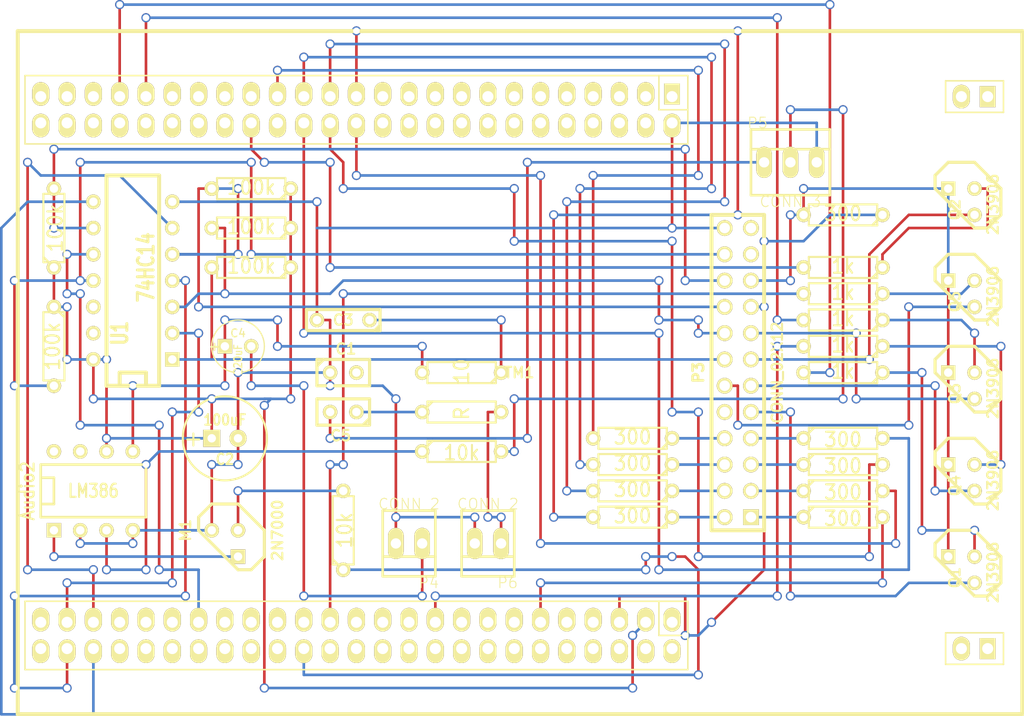
<source format=kicad_pcb>
(kicad_pcb (version 3) (host pcbnew "(2013-07-07 BZR 4022)-stable")

  (general
    (links 86)
    (no_connects 3)
    (area 143.384299 92.285499 241.273301 159.174501)
    (thickness 1.6)
    (drawings 0)
    (tracks 466)
    (zones 0)
    (modules 41)
    (nets 57)
  )

  (page A3)
  (layers
    (15 F.Cu signal)
    (0 B.Cu signal)
    (16 B.Adhes user)
    (17 F.Adhes user)
    (18 B.Paste user)
    (19 F.Paste user)
    (20 B.SilkS user)
    (21 F.SilkS user)
    (22 B.Mask user)
    (23 F.Mask user)
    (24 Dwgs.User user)
    (25 Cmts.User user)
    (26 Eco1.User user)
    (27 Eco2.User user)
    (28 Edge.Cuts user)
  )

  (setup
    (last_trace_width 0.254)
    (trace_clearance 0.254)
    (zone_clearance 0.508)
    (zone_45_only no)
    (trace_min 0.254)
    (segment_width 0.2)
    (edge_width 0.1)
    (via_size 0.889)
    (via_drill 0.635)
    (via_min_size 0.889)
    (via_min_drill 0.508)
    (uvia_size 0.508)
    (uvia_drill 0.127)
    (uvias_allowed no)
    (uvia_min_size 0.508)
    (uvia_min_drill 0.127)
    (pcb_text_width 0.3)
    (pcb_text_size 1.5 1.5)
    (mod_edge_width 0.15)
    (mod_text_size 1 1)
    (mod_text_width 0.15)
    (pad_size 1.5 1.5)
    (pad_drill 0.6)
    (pad_to_mask_clearance 0)
    (aux_axis_origin 0 0)
    (visible_elements 7FFFFBFF)
    (pcbplotparams
      (layerselection 3178497)
      (usegerberextensions true)
      (excludeedgelayer true)
      (linewidth 0.150000)
      (plotframeref false)
      (viasonmask false)
      (mode 1)
      (useauxorigin false)
      (hpglpennumber 1)
      (hpglpenspeed 20)
      (hpglpendiameter 15)
      (hpglpenoverlay 2)
      (psnegative false)
      (psa4output false)
      (plotreference true)
      (plotvalue true)
      (plotothertext true)
      (plotinvisibletext false)
      (padsonsilk false)
      (subtractmaskfromsilk false)
      (outputformat 1)
      (mirror false)
      (drillshape 1)
      (scaleselection 1)
      (outputdirectory ""))
  )

  (net 0 "")
  (net 1 3V_205)
  (net 2 5V_203)
  (net 3 AudioIn)
  (net 4 AudioJackGrnd)
  (net 5 AudiojackOut)
  (net 6 DIG_COLON)
  (net 7 DIG_H01)
  (net 8 DIG_H10)
  (net 9 DIG_M01)
  (net 10 DIG_M10)
  (net 11 N-0000041)
  (net 12 N-0000042)
  (net 13 N-0000043)
  (net 14 N-0000044)
  (net 15 N-0000045)
  (net 16 N-0000048)
  (net 17 N-0000049)
  (net 18 N-0000050)
  (net 19 N-0000051)
  (net 20 N-0000053)
  (net 21 PC10)
  (net 22 PC6)
  (net 23 PC7)
  (net 24 PC8)
  (net 25 PC9)
  (net 26 PD10)
  (net 27 PD11)
  (net 28 PD6)
  (net 29 PD7)
  (net 30 PD8)
  (net 31 PD9)
  (net 32 PE10)
  (net 33 PE11)
  (net 34 PE12)
  (net 35 PE13)
  (net 36 PE6)
  (net 37 PE7)
  (net 38 PE8)
  (net 39 PE9)
  (net 40 PHOTO-)
  (net 41 S1)
  (net 42 S2)
  (net 43 S3)
  (net 44 S4)
  (net 45 S5)
  (net 46 SEG_A)
  (net 47 SEG_B)
  (net 48 SEG_C)
  (net 49 SEG_D)
  (net 50 SEG_DP)
  (net 51 SEG_E)
  (net 52 SEG_F)
  (net 53 SEG_G)
  (net 54 SPKR+)
  (net 55 VOL+)
  (net 56 VOL_SEL)

  (net_class Default "This is the default net class."
    (clearance 0.254)
    (trace_width 0.254)
    (via_dia 0.889)
    (via_drill 0.635)
    (uvia_dia 0.508)
    (uvia_drill 0.127)
    (add_net "")
    (add_net 3V_205)
    (add_net 5V_203)
    (add_net AudioIn)
    (add_net AudioJackGrnd)
    (add_net AudiojackOut)
    (add_net DIG_COLON)
    (add_net DIG_H01)
    (add_net DIG_H10)
    (add_net DIG_M01)
    (add_net DIG_M10)
    (add_net N-0000041)
    (add_net N-0000042)
    (add_net N-0000043)
    (add_net N-0000044)
    (add_net N-0000045)
    (add_net N-0000048)
    (add_net N-0000049)
    (add_net N-0000050)
    (add_net N-0000051)
    (add_net N-0000053)
    (add_net PC10)
    (add_net PC6)
    (add_net PC7)
    (add_net PC8)
    (add_net PC9)
    (add_net PD10)
    (add_net PD11)
    (add_net PD6)
    (add_net PD7)
    (add_net PD8)
    (add_net PD9)
    (add_net PE10)
    (add_net PE11)
    (add_net PE12)
    (add_net PE13)
    (add_net PE6)
    (add_net PE7)
    (add_net PE8)
    (add_net PE9)
    (add_net PHOTO-)
    (add_net S1)
    (add_net S2)
    (add_net S3)
    (add_net S4)
    (add_net S5)
    (add_net SEG_A)
    (add_net SEG_B)
    (add_net SEG_C)
    (add_net SEG_D)
    (add_net SEG_DP)
    (add_net SEG_E)
    (add_net SEG_F)
    (add_net SEG_G)
    (add_net SPKR+)
    (add_net VOL+)
    (add_net VOL_SEL)
  )

  (module TO92DGS (layer F.Cu) (tedit 4469CFF0) (tstamp 5580A030)
    (at 163.83 142.24 270)
    (descr "Transistor TO92 brochage type BC237")
    (tags "TR TO92")
    (path /557B7DE3/55809FE3)
    (fp_text reference M1 (at -1.27 3.81 270) (layer F.SilkS)
      (effects (font (size 1.016 1.016) (thickness 0.2032)))
    )
    (fp_text value 2N7000 (at -1.27 -5.08 270) (layer F.SilkS)
      (effects (font (size 1.016 1.016) (thickness 0.2032)))
    )
    (fp_line (start -1.27 2.54) (end 2.54 -1.27) (layer F.SilkS) (width 0.3048))
    (fp_line (start 2.54 -1.27) (end 2.54 -2.54) (layer F.SilkS) (width 0.3048))
    (fp_line (start 2.54 -2.54) (end 1.27 -3.81) (layer F.SilkS) (width 0.3048))
    (fp_line (start 1.27 -3.81) (end -1.27 -3.81) (layer F.SilkS) (width 0.3048))
    (fp_line (start -1.27 -3.81) (end -3.81 -1.27) (layer F.SilkS) (width 0.3048))
    (fp_line (start -3.81 -1.27) (end -3.81 1.27) (layer F.SilkS) (width 0.3048))
    (fp_line (start -3.81 1.27) (end -2.54 2.54) (layer F.SilkS) (width 0.3048))
    (fp_line (start -2.54 2.54) (end -1.27 2.54) (layer F.SilkS) (width 0.3048))
    (pad D thru_hole rect (at 1.27 -1.27 270) (size 1.397 1.397) (drill 0.8128)
      (layers *.Cu *.Mask F.SilkS)
      (net 20 N-0000053)
    )
    (pad G thru_hole circle (at -1.27 -1.27 270) (size 1.397 1.397) (drill 0.8128)
      (layers *.Cu *.Mask F.SilkS)
      (net 18 N-0000050)
    )
    (pad S thru_hole circle (at -1.27 1.27 270) (size 1.397 1.397) (drill 0.8128)
      (layers *.Cu *.Mask F.SilkS)
      (net 4 AudioJackGrnd)
    )
    (model discret/to98.wrl
      (at (xyz 0 0 0))
      (scale (xyz 1 1 1))
      (rotate (xyz 0 0 0))
    )
  )

  (module TO92-CBE (layer F.Cu) (tedit 4718C200) (tstamp 5580A03F)
    (at 234.95 135.89 270)
    (descr "Transistor TO92 brochage type BC237")
    (tags "TR TO92")
    (path /557B65AF/5580850A)
    (fp_text reference Q4 (at 0.762 0.635 270) (layer F.SilkS)
      (effects (font (size 1.016 1.016) (thickness 0.2032)))
    )
    (fp_text value 2N3906 (at 0.254 -3.048 270) (layer F.SilkS)
      (effects (font (size 1.016 1.016) (thickness 0.2032)))
    )
    (fp_line (start -1.27 2.54) (end 2.54 -1.27) (layer F.SilkS) (width 0.3048))
    (fp_line (start 2.54 -1.27) (end 2.54 -2.54) (layer F.SilkS) (width 0.3048))
    (fp_line (start 2.54 -2.54) (end 1.27 -3.81) (layer F.SilkS) (width 0.3048))
    (fp_line (start 1.27 -3.81) (end -1.27 -3.81) (layer F.SilkS) (width 0.3048))
    (fp_line (start -1.27 -3.81) (end -3.81 -1.27) (layer F.SilkS) (width 0.3048))
    (fp_line (start -3.81 -1.27) (end -3.81 1.27) (layer F.SilkS) (width 0.3048))
    (fp_line (start -3.81 1.27) (end -2.54 2.54) (layer F.SilkS) (width 0.3048))
    (fp_line (start -2.54 2.54) (end -1.27 2.54) (layer F.SilkS) (width 0.3048))
    (pad E thru_hole rect (at -1.27 1.27 270) (size 1.397 1.397) (drill 0.8128)
      (layers *.Cu *.Mask F.SilkS)
      (net 40 PHOTO-)
    )
    (pad B thru_hole circle (at -1.27 -1.27 270) (size 1.397 1.397) (drill 0.8128)
      (layers *.Cu *.Mask F.SilkS)
      (net 14 N-0000044)
    )
    (pad C thru_hole circle (at 1.27 -1.27 270) (size 1.397 1.397) (drill 0.8128)
      (layers *.Cu *.Mask F.SilkS)
      (net 10 DIG_M10)
    )
    (model discret/to98.wrl
      (at (xyz 0 0 0))
      (scale (xyz 1 1 1))
      (rotate (xyz 0 0 0))
    )
  )

  (module TO92-CBE (layer F.Cu) (tedit 4718C200) (tstamp 5580A04E)
    (at 234.95 118.11 270)
    (descr "Transistor TO92 brochage type BC237")
    (tags "TR TO92")
    (path /557B65AF/55808477)
    (fp_text reference Q5 (at 0.762 0.635 270) (layer F.SilkS)
      (effects (font (size 1.016 1.016) (thickness 0.2032)))
    )
    (fp_text value 2N3906 (at 0.254 -3.048 270) (layer F.SilkS)
      (effects (font (size 1.016 1.016) (thickness 0.2032)))
    )
    (fp_line (start -1.27 2.54) (end 2.54 -1.27) (layer F.SilkS) (width 0.3048))
    (fp_line (start 2.54 -1.27) (end 2.54 -2.54) (layer F.SilkS) (width 0.3048))
    (fp_line (start 2.54 -2.54) (end 1.27 -3.81) (layer F.SilkS) (width 0.3048))
    (fp_line (start 1.27 -3.81) (end -1.27 -3.81) (layer F.SilkS) (width 0.3048))
    (fp_line (start -1.27 -3.81) (end -3.81 -1.27) (layer F.SilkS) (width 0.3048))
    (fp_line (start -3.81 -1.27) (end -3.81 1.27) (layer F.SilkS) (width 0.3048))
    (fp_line (start -3.81 1.27) (end -2.54 2.54) (layer F.SilkS) (width 0.3048))
    (fp_line (start -2.54 2.54) (end -1.27 2.54) (layer F.SilkS) (width 0.3048))
    (pad E thru_hole rect (at -1.27 1.27 270) (size 1.397 1.397) (drill 0.8128)
      (layers *.Cu *.Mask F.SilkS)
      (net 40 PHOTO-)
    )
    (pad B thru_hole circle (at -1.27 -1.27 270) (size 1.397 1.397) (drill 0.8128)
      (layers *.Cu *.Mask F.SilkS)
      (net 12 N-0000042)
    )
    (pad C thru_hole circle (at 1.27 -1.27 270) (size 1.397 1.397) (drill 0.8128)
      (layers *.Cu *.Mask F.SilkS)
      (net 9 DIG_M01)
    )
    (model discret/to98.wrl
      (at (xyz 0 0 0))
      (scale (xyz 1 1 1))
      (rotate (xyz 0 0 0))
    )
  )

  (module TO92-CBE (layer F.Cu) (tedit 4718C200) (tstamp 5580A05D)
    (at 234.95 127 270)
    (descr "Transistor TO92 brochage type BC237")
    (tags "TR TO92")
    (path /557B65AF/55808471)
    (fp_text reference Q3 (at 0.762 0.635 270) (layer F.SilkS)
      (effects (font (size 1.016 1.016) (thickness 0.2032)))
    )
    (fp_text value 2N3906 (at 0.254 -3.048 270) (layer F.SilkS)
      (effects (font (size 1.016 1.016) (thickness 0.2032)))
    )
    (fp_line (start -1.27 2.54) (end 2.54 -1.27) (layer F.SilkS) (width 0.3048))
    (fp_line (start 2.54 -1.27) (end 2.54 -2.54) (layer F.SilkS) (width 0.3048))
    (fp_line (start 2.54 -2.54) (end 1.27 -3.81) (layer F.SilkS) (width 0.3048))
    (fp_line (start 1.27 -3.81) (end -1.27 -3.81) (layer F.SilkS) (width 0.3048))
    (fp_line (start -1.27 -3.81) (end -3.81 -1.27) (layer F.SilkS) (width 0.3048))
    (fp_line (start -3.81 -1.27) (end -3.81 1.27) (layer F.SilkS) (width 0.3048))
    (fp_line (start -3.81 1.27) (end -2.54 2.54) (layer F.SilkS) (width 0.3048))
    (fp_line (start -2.54 2.54) (end -1.27 2.54) (layer F.SilkS) (width 0.3048))
    (pad E thru_hole rect (at -1.27 1.27 270) (size 1.397 1.397) (drill 0.8128)
      (layers *.Cu *.Mask F.SilkS)
      (net 40 PHOTO-)
    )
    (pad B thru_hole circle (at -1.27 -1.27 270) (size 1.397 1.397) (drill 0.8128)
      (layers *.Cu *.Mask F.SilkS)
      (net 15 N-0000045)
    )
    (pad C thru_hole circle (at 1.27 -1.27 270) (size 1.397 1.397) (drill 0.8128)
      (layers *.Cu *.Mask F.SilkS)
      (net 6 DIG_COLON)
    )
    (model discret/to98.wrl
      (at (xyz 0 0 0))
      (scale (xyz 1 1 1))
      (rotate (xyz 0 0 0))
    )
  )

  (module TO92-CBE (layer F.Cu) (tedit 4718C200) (tstamp 5580A06C)
    (at 234.95 144.78 270)
    (descr "Transistor TO92 brochage type BC237")
    (tags "TR TO92")
    (path /557B65AF/55808464)
    (fp_text reference Q1 (at 0.762 0.635 270) (layer F.SilkS)
      (effects (font (size 1.016 1.016) (thickness 0.2032)))
    )
    (fp_text value 2N3906 (at 0.254 -3.048 270) (layer F.SilkS)
      (effects (font (size 1.016 1.016) (thickness 0.2032)))
    )
    (fp_line (start -1.27 2.54) (end 2.54 -1.27) (layer F.SilkS) (width 0.3048))
    (fp_line (start 2.54 -1.27) (end 2.54 -2.54) (layer F.SilkS) (width 0.3048))
    (fp_line (start 2.54 -2.54) (end 1.27 -3.81) (layer F.SilkS) (width 0.3048))
    (fp_line (start 1.27 -3.81) (end -1.27 -3.81) (layer F.SilkS) (width 0.3048))
    (fp_line (start -1.27 -3.81) (end -3.81 -1.27) (layer F.SilkS) (width 0.3048))
    (fp_line (start -3.81 -1.27) (end -3.81 1.27) (layer F.SilkS) (width 0.3048))
    (fp_line (start -3.81 1.27) (end -2.54 2.54) (layer F.SilkS) (width 0.3048))
    (fp_line (start -2.54 2.54) (end -1.27 2.54) (layer F.SilkS) (width 0.3048))
    (pad E thru_hole rect (at -1.27 1.27 270) (size 1.397 1.397) (drill 0.8128)
      (layers *.Cu *.Mask F.SilkS)
      (net 40 PHOTO-)
    )
    (pad B thru_hole circle (at -1.27 -1.27 270) (size 1.397 1.397) (drill 0.8128)
      (layers *.Cu *.Mask F.SilkS)
      (net 13 N-0000043)
    )
    (pad C thru_hole circle (at 1.27 -1.27 270) (size 1.397 1.397) (drill 0.8128)
      (layers *.Cu *.Mask F.SilkS)
      (net 8 DIG_H10)
    )
    (model discret/to98.wrl
      (at (xyz 0 0 0))
      (scale (xyz 1 1 1))
      (rotate (xyz 0 0 0))
    )
  )

  (module TO92-CBE (layer F.Cu) (tedit 4718C200) (tstamp 5580A07B)
    (at 234.95 109.22 270)
    (descr "Transistor TO92 brochage type BC237")
    (tags "TR TO92")
    (path /557B65AF/55808443)
    (fp_text reference Q2 (at 0.762 0.635 270) (layer F.SilkS)
      (effects (font (size 1.016 1.016) (thickness 0.2032)))
    )
    (fp_text value 2N3906 (at 0.254 -3.048 270) (layer F.SilkS)
      (effects (font (size 1.016 1.016) (thickness 0.2032)))
    )
    (fp_line (start -1.27 2.54) (end 2.54 -1.27) (layer F.SilkS) (width 0.3048))
    (fp_line (start 2.54 -1.27) (end 2.54 -2.54) (layer F.SilkS) (width 0.3048))
    (fp_line (start 2.54 -2.54) (end 1.27 -3.81) (layer F.SilkS) (width 0.3048))
    (fp_line (start 1.27 -3.81) (end -1.27 -3.81) (layer F.SilkS) (width 0.3048))
    (fp_line (start -1.27 -3.81) (end -3.81 -1.27) (layer F.SilkS) (width 0.3048))
    (fp_line (start -3.81 -1.27) (end -3.81 1.27) (layer F.SilkS) (width 0.3048))
    (fp_line (start -3.81 1.27) (end -2.54 2.54) (layer F.SilkS) (width 0.3048))
    (fp_line (start -2.54 2.54) (end -1.27 2.54) (layer F.SilkS) (width 0.3048))
    (pad E thru_hole rect (at -1.27 1.27 270) (size 1.397 1.397) (drill 0.8128)
      (layers *.Cu *.Mask F.SilkS)
      (net 40 PHOTO-)
    )
    (pad B thru_hole circle (at -1.27 -1.27 270) (size 1.397 1.397) (drill 0.8128)
      (layers *.Cu *.Mask F.SilkS)
      (net 11 N-0000041)
    )
    (pad C thru_hole circle (at 1.27 -1.27 270) (size 1.397 1.397) (drill 0.8128)
      (layers *.Cu *.Mask F.SilkS)
      (net 7 DIG_H01)
    )
    (model discret/to98.wrl
      (at (xyz 0 0 0))
      (scale (xyz 1 1 1))
      (rotate (xyz 0 0 0))
    )
  )

  (module STM32F4DISC (layer F.Cu) (tedit 55690876) (tstamp 5580A0FF)
    (at 191.77 124.46)
    (descr "STM32 F4 Discovery Header")
    (tags "STM32F4 Discovery")
    (path /557DEA42/55807EE7)
    (fp_text reference STM1 (at 0 1.27) (layer F.SilkS)
      (effects (font (size 1.016 1.016) (thickness 0.2032)))
    )
    (fp_text value STM32_F4_DISCOVERY (at 0 -1.27) (layer F.SilkS) hide
      (effects (font (size 1.016 0.889) (thickness 0.2032)))
    )
    (fp_line (start 41.656 -26.924) (end 47.244 -26.924) (layer F.SilkS) (width 0.15))
    (fp_line (start 47.244 -26.924) (end 47.244 -23.876) (layer F.SilkS) (width 0.15))
    (fp_line (start 47.244 -23.876) (end 41.656 -23.876) (layer F.SilkS) (width 0.15))
    (fp_line (start 41.656 -23.876) (end 41.656 -26.924) (layer F.SilkS) (width 0.15))
    (fp_line (start 47.244 26.416) (end 41.656 26.416) (layer F.SilkS) (width 0.15))
    (fp_line (start 41.656 26.416) (end 41.656 29.464) (layer F.SilkS) (width 0.15))
    (fp_line (start 41.656 29.464) (end 47.244 29.464) (layer F.SilkS) (width 0.15))
    (fp_line (start 47.244 29.464) (end 47.244 26.416) (layer F.SilkS) (width 0.15))
    (fp_line (start 13.97 23.368) (end 13.97 26.67) (layer F.SilkS) (width 0.15))
    (fp_line (start 13.97 26.67) (end 16.764 26.67) (layer F.SilkS) (width 0.15))
    (fp_line (start 16.764 23.368) (end -47.244 23.368) (layer F.SilkS) (width 0.15))
    (fp_line (start -47.244 23.368) (end -47.244 29.972) (layer F.SilkS) (width 0.15))
    (fp_line (start -47.244 29.972) (end 16.764 29.972) (layer F.SilkS) (width 0.15))
    (fp_line (start 16.764 29.972) (end 16.764 23.368) (layer F.SilkS) (width 0.15))
    (fp_line (start 13.97 -27.432) (end 13.97 -24.13) (layer F.SilkS) (width 0.15))
    (fp_line (start 13.97 -24.13) (end 16.764 -24.13) (layer F.SilkS) (width 0.15))
    (fp_line (start 16.764 -27.432) (end -47.244 -27.432) (layer F.SilkS) (width 0.15))
    (fp_line (start -47.244 -27.432) (end -47.244 -20.828) (layer F.SilkS) (width 0.15))
    (fp_line (start -47.244 -20.828) (end 16.764 -20.828) (layer F.SilkS) (width 0.15))
    (fp_line (start 16.764 -20.828) (end 16.764 -27.432) (layer F.SilkS) (width 0.15))
    (fp_line (start 49.0588 -31.73) (end -47.9412 -31.73) (layer F.SilkS) (width 0.381))
    (fp_line (start -47.9412 34.27) (end 49.0588 34.27) (layer F.SilkS) (width 0.381))
    (fp_line (start 49.0588 34.27) (end 49.0588 -31.73) (layer F.SilkS) (width 0.381))
    (fp_line (start -47.9412 34.27) (end -47.9412 -31.73) (layer F.SilkS) (width 0.381))
    (pad JP31 thru_hole rect (at 45.7188 27.94) (size 1.524 2.032) (drill 1.0668)
      (layers *.Cu *.Mask F.SilkS)
    )
    (pad JP32 thru_hole oval (at 43.1788 27.94) (size 1.651 2.286) (drill 1.0668)
      (layers *.Cu *.Mask F.SilkS)
    )
    (pad JP22 thru_hole oval (at 43.1788 -25.4) (size 1.651 2.286) (drill 1.0668)
      (layers *.Cu *.Mask F.SilkS)
    )
    (pad JP21 thru_hole rect (at 45.7188 -25.4) (size 1.524 2.032) (drill 1.0668)
      (layers *.Cu *.Mask F.SilkS)
    )
    (pad 1-1 thru_hole rect (at 15.24 -25.4) (size 1.524 2.032) (drill 1.0668 (offset 0 -0.254))
      (layers *.Cu *.Mask F.SilkS)
    )
    (pad 1-3 thru_hole oval (at 12.7 -25.4) (size 1.651 2.286) (drill 1.0668 (offset 0 -0.254))
      (layers *.Cu *.Mask F.SilkS)
    )
    (pad 1-5 thru_hole oval (at 10.16 -25.4) (size 1.651 2.286) (drill 1.0668 (offset 0 -0.254))
      (layers *.Cu *.Mask F.SilkS)
    )
    (pad 1-7 thru_hole oval (at 7.62 -25.4) (size 1.651 2.286) (drill 1.0668 (offset 0 -0.254))
      (layers *.Cu *.Mask F.SilkS)
    )
    (pad 1-9 thru_hole oval (at 5.08 -25.4) (size 1.651 2.286) (drill 1.0668 (offset 0 -0.254))
      (layers *.Cu *.Mask F.SilkS)
    )
    (pad 1-11 thru_hole oval (at 2.54 -25.4) (size 1.651 2.286) (drill 1.0668 (offset 0 -0.254))
      (layers *.Cu *.Mask F.SilkS)
    )
    (pad 1-13 thru_hole oval (at 0 -25.4) (size 1.651 2.286) (drill 1.0668 (offset 0 -0.254))
      (layers *.Cu *.Mask F.SilkS)
    )
    (pad 1-15 thru_hole oval (at -2.54 -25.4) (size 1.651 2.286) (drill 1.0668 (offset 0 -0.254))
      (layers *.Cu *.Mask F.SilkS)
    )
    (pad 1-17 thru_hole oval (at -5.08 -25.4) (size 1.651 2.286) (drill 1.0668 (offset 0 -0.254))
      (layers *.Cu *.Mask F.SilkS)
    )
    (pad 1-19 thru_hole oval (at -7.62 -25.4) (size 1.651 2.286) (drill 1.0668 (offset 0 -0.254))
      (layers *.Cu *.Mask F.SilkS)
    )
    (pad 1-21 thru_hole oval (at -10.16 -25.4) (size 1.651 2.286) (drill 1.0668 (offset 0 -0.254))
      (layers *.Cu *.Mask F.SilkS)
    )
    (pad 1-23 thru_hole oval (at -12.7 -25.4) (size 1.651 2.286) (drill 1.0668 (offset 0 -0.254))
      (layers *.Cu *.Mask F.SilkS)
    )
    (pad 1-25 thru_hole oval (at -15.24 -25.4) (size 1.651 2.286) (drill 1.0668 (offset 0 -0.254))
      (layers *.Cu *.Mask F.SilkS)
      (net 37 PE7)
    )
    (pad 1-27 thru_hole oval (at -17.78 -25.4) (size 1.651 2.286) (drill 1.0668 (offset 0 -0.254))
      (layers *.Cu *.Mask F.SilkS)
      (net 39 PE9)
    )
    (pad 1-29 thru_hole oval (at -20.32 -25.4) (size 1.651 2.286) (drill 1.0668 (offset 0 -0.254))
      (layers *.Cu *.Mask F.SilkS)
      (net 33 PE11)
    )
    (pad 1-31 thru_hole oval (at -22.86 -25.4) (size 1.651 2.286) (drill 1.0668 (offset 0 -0.254))
      (layers *.Cu *.Mask F.SilkS)
      (net 35 PE13)
    )
    (pad 1-33 thru_hole oval (at -25.4 -25.4) (size 1.651 2.286) (drill 1.0668 (offset 0 -0.254))
      (layers *.Cu *.Mask F.SilkS)
    )
    (pad 1-35 thru_hole oval (at -27.94 -25.4) (size 1.651 2.286) (drill 1.0668 (offset 0 -0.254))
      (layers *.Cu *.Mask F.SilkS)
    )
    (pad 1-37 thru_hole oval (at -30.48 -25.4) (size 1.651 2.286) (drill 1.0668 (offset 0 -0.254))
      (layers *.Cu *.Mask F.SilkS)
    )
    (pad 1-39 thru_hole oval (at -33.02 -25.4) (size 1.651 2.286) (drill 1.0668 (offset 0 -0.254))
      (layers *.Cu *.Mask F.SilkS)
    )
    (pad 1-41 thru_hole oval (at -35.56 -25.4) (size 1.651 2.286) (drill 1.0668 (offset 0 -0.254))
      (layers *.Cu *.Mask F.SilkS)
      (net 31 PD9)
    )
    (pad 1-43 thru_hole oval (at -38.1 -25.4) (size 1.651 2.286) (drill 1.0668 (offset 0 -0.254))
      (layers *.Cu *.Mask F.SilkS)
      (net 27 PD11)
    )
    (pad 1-45 thru_hole oval (at -40.64 -25.4) (size 1.651 2.286) (drill 1.0668 (offset 0 -0.254))
      (layers *.Cu *.Mask F.SilkS)
    )
    (pad 1-47 thru_hole oval (at -43.18 -25.4) (size 1.651 2.286) (drill 1.0668 (offset 0 -0.254))
      (layers *.Cu *.Mask F.SilkS)
    )
    (pad 1-49 thru_hole oval (at -45.72 -25.4) (size 1.651 2.286) (drill 1.0668 (offset 0 -0.254))
      (layers *.Cu *.Mask F.SilkS)
    )
    (pad 1-2 thru_hole oval (at 15.24 -22.86 180) (size 1.651 2.286) (drill 1.0668 (offset 0 -0.254))
      (layers *.Cu *.Mask F.SilkS)
      (net 4 AudioJackGrnd)
    )
    (pad 1-4 thru_hole oval (at 12.7 -22.86 180) (size 1.651 2.286) (drill 1.0668 (offset 0 -0.254))
      (layers *.Cu *.Mask F.SilkS)
    )
    (pad 1-6 thru_hole oval (at 10.16 -22.86 180) (size 1.651 2.286) (drill 1.0668 (offset 0 -0.254))
      (layers *.Cu *.Mask F.SilkS)
    )
    (pad 1-8 thru_hole oval (at 7.62 -22.86 180) (size 1.651 2.286) (drill 1.0668 (offset 0 -0.254))
      (layers *.Cu *.Mask F.SilkS)
    )
    (pad 1-10 thru_hole oval (at 5.08 -22.86 180) (size 1.651 2.286) (drill 1.0668 (offset 0 -0.254))
      (layers *.Cu *.Mask F.SilkS)
    )
    (pad 1-12 thru_hole oval (at 2.54 -22.86 180) (size 1.651 2.286) (drill 1.0668 (offset 0 -0.254))
      (layers *.Cu *.Mask F.SilkS)
    )
    (pad 1-14 thru_hole oval (at 0 -22.86 180) (size 1.651 2.286) (drill 1.0668 (offset 0 -0.254))
      (layers *.Cu *.Mask F.SilkS)
    )
    (pad 1-16 thru_hole oval (at -2.54 -22.86 180) (size 1.651 2.286) (drill 1.0668 (offset 0 -0.254))
      (layers *.Cu *.Mask F.SilkS)
    )
    (pad 1-18 thru_hole oval (at -5.08 -22.86 180) (size 1.651 2.286) (drill 1.0668 (offset 0 -0.254))
      (layers *.Cu *.Mask F.SilkS)
    )
    (pad 1-20 thru_hole oval (at -7.62 -22.86 180) (size 1.651 2.286) (drill 1.0668 (offset 0 -0.254))
      (layers *.Cu *.Mask F.SilkS)
    )
    (pad 1-22 thru_hole oval (at -10.16 -22.86 180) (size 1.651 2.286) (drill 1.0668 (offset 0 -0.254))
      (layers *.Cu *.Mask F.SilkS)
    )
    (pad 1-24 thru_hole oval (at -12.7 -22.86 180) (size 1.651 2.286) (drill 1.0668 (offset 0 -0.254))
      (layers *.Cu *.Mask F.SilkS)
    )
    (pad 1-26 thru_hole oval (at -15.24 -22.86 180) (size 1.651 2.286) (drill 1.0668 (offset 0 -0.254))
      (layers *.Cu *.Mask F.SilkS)
      (net 38 PE8)
    )
    (pad 1-28 thru_hole oval (at -17.78 -22.86 180) (size 1.651 2.286) (drill 1.0668 (offset 0 -0.254))
      (layers *.Cu *.Mask F.SilkS)
      (net 32 PE10)
    )
    (pad 1-30 thru_hole oval (at -20.32 -22.86 180) (size 1.651 2.286) (drill 1.0668 (offset 0 -0.254))
      (layers *.Cu *.Mask F.SilkS)
      (net 34 PE12)
    )
    (pad 1-32 thru_hole oval (at -22.86 -22.86 180) (size 1.651 2.286) (drill 1.0668 (offset 0 -0.254))
      (layers *.Cu *.Mask F.SilkS)
    )
    (pad 1-34 thru_hole oval (at -25.4 -22.86 180) (size 1.651 2.286) (drill 1.0668 (offset 0 -0.254))
      (layers *.Cu *.Mask F.SilkS)
      (net 26 PD10)
    )
    (pad 1-36 thru_hole oval (at -27.94 -22.86 180) (size 1.651 2.286) (drill 1.0668 (offset 0 -0.254))
      (layers *.Cu *.Mask F.SilkS)
    )
    (pad 1-38 thru_hole oval (at -30.48 -22.86 180) (size 1.651 2.286) (drill 1.0668 (offset 0 -0.254))
      (layers *.Cu *.Mask F.SilkS)
    )
    (pad 1-40 thru_hole oval (at -33.02 -22.86 180) (size 1.651 2.286) (drill 1.0668 (offset 0 -0.254))
      (layers *.Cu *.Mask F.SilkS)
    )
    (pad 1-42 thru_hole oval (at -35.56 -22.86 180) (size 1.651 2.286) (drill 1.0668 (offset 0 -0.254))
      (layers *.Cu *.Mask F.SilkS)
    )
    (pad 1-44 thru_hole oval (at -38.1 -22.86 180) (size 1.651 2.286) (drill 1.0668 (offset 0 -0.254))
      (layers *.Cu *.Mask F.SilkS)
    )
    (pad 1-46 thru_hole oval (at -40.64 -22.86 180) (size 1.651 2.286) (drill 1.0668 (offset 0 -0.254))
      (layers *.Cu *.Mask F.SilkS)
    )
    (pad 1-48 thru_hole oval (at -43.18 -22.86 180) (size 1.651 2.286) (drill 1.0668 (offset 0 -0.254))
      (layers *.Cu *.Mask F.SilkS)
    )
    (pad 1-50 thru_hole oval (at -45.72 -22.86 180) (size 1.651 2.286) (drill 1.0668 (offset 0 -0.254))
      (layers *.Cu *.Mask F.SilkS)
    )
    (pad 2-1 thru_hole oval (at 15.24 25.4) (size 1.651 2.286) (drill 1.0668 (offset 0 -0.254))
      (layers *.Cu *.Mask F.SilkS)
    )
    (pad 2-3 thru_hole oval (at 12.7 25.4) (size 1.651 2.286) (drill 1.0668 (offset 0 -0.254))
      (layers *.Cu *.Mask F.SilkS)
      (net 2 5V_203)
    )
    (pad 2-5 thru_hole oval (at 10.16 25.4) (size 1.651 2.286) (drill 1.0668 (offset 0 -0.254))
      (layers *.Cu *.Mask F.SilkS)
      (net 1 3V_205)
    )
    (pad 2-7 thru_hole oval (at 7.62 25.4) (size 1.651 2.286) (drill 1.0668 (offset 0 -0.254))
      (layers *.Cu *.Mask F.SilkS)
    )
    (pad 2-9 thru_hole oval (at 5.08 25.4) (size 1.651 2.286) (drill 1.0668 (offset 0 -0.254))
      (layers *.Cu *.Mask F.SilkS)
    )
    (pad 2-11 thru_hole oval (at 2.54 25.4) (size 1.651 2.286) (drill 1.0668 (offset 0 -0.254))
      (layers *.Cu *.Mask F.SilkS)
      (net 36 PE6)
    )
    (pad 2-13 thru_hole oval (at 0 25.4) (size 1.651 2.286) (drill 1.0668 (offset 0 -0.254))
      (layers *.Cu *.Mask F.SilkS)
    )
    (pad 2-15 thru_hole oval (at -2.54 25.4) (size 1.651 2.286) (drill 1.0668 (offset 0 -0.254))
      (layers *.Cu *.Mask F.SilkS)
    )
    (pad 2-17 thru_hole oval (at -5.08 25.4) (size 1.651 2.286) (drill 1.0668 (offset 0 -0.254))
      (layers *.Cu *.Mask F.SilkS)
    )
    (pad 2-19 thru_hole oval (at -7.62 25.4) (size 1.651 2.286) (drill 1.0668 (offset 0 -0.254))
      (layers *.Cu *.Mask F.SilkS)
      (net 30 PD8)
    )
    (pad 2-21 thru_hole oval (at -10.16 25.4) (size 1.651 2.286) (drill 1.0668 (offset 0 -0.254))
      (layers *.Cu *.Mask F.SilkS)
    )
    (pad 2-23 thru_hole oval (at -12.7 25.4) (size 1.651 2.286) (drill 1.0668 (offset 0 -0.254))
      (layers *.Cu *.Mask F.SilkS)
    )
    (pad 2-25 thru_hole oval (at -15.24 25.4) (size 1.651 2.286) (drill 1.0668 (offset 0 -0.254))
      (layers *.Cu *.Mask F.SilkS)
    )
    (pad 2-27 thru_hole oval (at -17.78 25.4) (size 1.651 2.286) (drill 1.0668 (offset 0 -0.254))
      (layers *.Cu *.Mask F.SilkS)
      (net 29 PD7)
    )
    (pad 2-29 thru_hole oval (at -20.32 25.4) (size 1.651 2.286) (drill 1.0668 (offset 0 -0.254))
      (layers *.Cu *.Mask F.SilkS)
    )
    (pad 2-31 thru_hole oval (at -22.86 25.4) (size 1.651 2.286) (drill 1.0668 (offset 0 -0.254))
      (layers *.Cu *.Mask F.SilkS)
    )
    (pad 2-33 thru_hole oval (at -25.4 25.4) (size 1.651 2.286) (drill 1.0668 (offset 0 -0.254))
      (layers *.Cu *.Mask F.SilkS)
    )
    (pad 2-35 thru_hole oval (at -27.94 25.4) (size 1.651 2.286) (drill 1.0668 (offset 0 -0.254))
      (layers *.Cu *.Mask F.SilkS)
    )
    (pad 2-37 thru_hole oval (at -30.48 25.4) (size 1.651 2.286) (drill 1.0668 (offset 0 -0.254))
      (layers *.Cu *.Mask F.SilkS)
      (net 21 PC10)
    )
    (pad 2-39 thru_hole oval (at -33.02 25.4) (size 1.651 2.286) (drill 1.0668 (offset 0 -0.254))
      (layers *.Cu *.Mask F.SilkS)
    )
    (pad 2-41 thru_hole oval (at -35.56 25.4) (size 1.651 2.286) (drill 1.0668 (offset 0 -0.254))
      (layers *.Cu *.Mask F.SilkS)
    )
    (pad 2-43 thru_hole oval (at -38.1 25.4) (size 1.651 2.286) (drill 1.0668 (offset 0 -0.254))
      (layers *.Cu *.Mask F.SilkS)
    )
    (pad 2-45 thru_hole oval (at -40.64 25.4) (size 1.651 2.286) (drill 1.0668 (offset 0 -0.254))
      (layers *.Cu *.Mask F.SilkS)
      (net 24 PC8)
    )
    (pad 2-47 thru_hole oval (at -43.18 25.4) (size 1.651 2.286) (drill 1.0668 (offset 0 -0.254))
      (layers *.Cu *.Mask F.SilkS)
      (net 22 PC6)
    )
    (pad 2-49 thru_hole oval (at -45.72 25.4) (size 1.651 2.286) (drill 1.0668 (offset 0 -0.254))
      (layers *.Cu *.Mask F.SilkS)
    )
    (pad 2-2 thru_hole oval (at 15.24 27.94 180) (size 1.651 2.286) (drill 1.0668 (offset 0 -0.254))
      (layers *.Cu *.Mask F.SilkS)
    )
    (pad 2-4 thru_hole oval (at 12.7 27.94 180) (size 1.651 2.286) (drill 1.0668 (offset 0 -0.254))
      (layers *.Cu *.Mask F.SilkS)
    )
    (pad 2-6 thru_hole oval (at 10.16 27.94 180) (size 1.651 2.286) (drill 1.0668 (offset 0 -0.254))
      (layers *.Cu *.Mask F.SilkS)
    )
    (pad 2-8 thru_hole oval (at 7.62 27.94 180) (size 1.651 2.286) (drill 1.0668 (offset 0 -0.254))
      (layers *.Cu *.Mask F.SilkS)
    )
    (pad 2-10 thru_hole oval (at 5.08 27.94 180) (size 1.651 2.286) (drill 1.0668 (offset 0 -0.254))
      (layers *.Cu *.Mask F.SilkS)
    )
    (pad 2-12 thru_hole oval (at 2.54 27.94 180) (size 1.651 2.286) (drill 1.0668 (offset 0 -0.254))
      (layers *.Cu *.Mask F.SilkS)
    )
    (pad 2-14 thru_hole oval (at 0 27.94 180) (size 1.651 2.286) (drill 1.0668 (offset 0 -0.254))
      (layers *.Cu *.Mask F.SilkS)
    )
    (pad 2-16 thru_hole oval (at -2.54 27.94 180) (size 1.651 2.286) (drill 1.0668 (offset 0 -0.254))
      (layers *.Cu *.Mask F.SilkS)
    )
    (pad 2-18 thru_hole oval (at -5.08 27.94 180) (size 1.651 2.286) (drill 1.0668 (offset 0 -0.254))
      (layers *.Cu *.Mask F.SilkS)
    )
    (pad 2-20 thru_hole oval (at -7.62 27.94 180) (size 1.651 2.286) (drill 1.0668 (offset 0 -0.254))
      (layers *.Cu *.Mask F.SilkS)
    )
    (pad 2-22 thru_hole oval (at -10.16 27.94 180) (size 1.651 2.286) (drill 1.0668 (offset 0 -0.254))
      (layers *.Cu *.Mask F.SilkS)
    )
    (pad 2-24 thru_hole oval (at -12.7 27.94 180) (size 1.651 2.286) (drill 1.0668 (offset 0 -0.254))
      (layers *.Cu *.Mask F.SilkS)
    )
    (pad 2-26 thru_hole oval (at -15.24 27.94 180) (size 1.651 2.286) (drill 1.0668 (offset 0 -0.254))
      (layers *.Cu *.Mask F.SilkS)
    )
    (pad 2-28 thru_hole oval (at -17.78 27.94 180) (size 1.651 2.286) (drill 1.0668 (offset 0 -0.254))
      (layers *.Cu *.Mask F.SilkS)
    )
    (pad 2-30 thru_hole oval (at -20.32 27.94 180) (size 1.651 2.286) (drill 1.0668 (offset 0 -0.254))
      (layers *.Cu *.Mask F.SilkS)
      (net 28 PD6)
    )
    (pad 2-32 thru_hole oval (at -22.86 27.94 180) (size 1.651 2.286) (drill 1.0668 (offset 0 -0.254))
      (layers *.Cu *.Mask F.SilkS)
    )
    (pad 2-34 thru_hole oval (at -25.4 27.94 180) (size 1.651 2.286) (drill 1.0668 (offset 0 -0.254))
      (layers *.Cu *.Mask F.SilkS)
    )
    (pad 2-36 thru_hole oval (at -27.94 27.94 180) (size 1.651 2.286) (drill 1.0668 (offset 0 -0.254))
      (layers *.Cu *.Mask F.SilkS)
    )
    (pad 2-38 thru_hole oval (at -30.48 27.94 180) (size 1.651 2.286) (drill 1.0668 (offset 0 -0.254))
      (layers *.Cu *.Mask F.SilkS)
    )
    (pad 2-40 thru_hole oval (at -33.02 27.94 180) (size 1.651 2.286) (drill 1.0668 (offset 0 -0.254))
      (layers *.Cu *.Mask F.SilkS)
    )
    (pad 2-42 thru_hole oval (at -35.56 27.94 180) (size 1.651 2.286) (drill 1.0668 (offset 0 -0.254))
      (layers *.Cu *.Mask F.SilkS)
    )
    (pad 2-44 thru_hole oval (at -38.1 27.94 180) (size 1.651 2.286) (drill 1.0668 (offset 0 -0.254))
      (layers *.Cu *.Mask F.SilkS)
    )
    (pad 2-46 thru_hole oval (at -40.64 27.94 180) (size 1.651 2.286) (drill 1.0668 (offset 0 -0.254))
      (layers *.Cu *.Mask F.SilkS)
      (net 25 PC9)
    )
    (pad 2-48 thru_hole oval (at -43.18 27.94 180) (size 1.651 2.286) (drill 1.0668 (offset 0 -0.254))
      (layers *.Cu *.Mask F.SilkS)
      (net 23 PC7)
    )
    (pad 2-50 thru_hole oval (at -45.72 27.94 180) (size 1.651 2.286) (drill 1.0668 (offset 0 -0.254))
      (layers *.Cu *.Mask F.SilkS)
    )
    (model walter/conn_misc/stm32f4_discovery_header.wrl
      (at (xyz 0 0 0))
      (scale (xyz 1 1 1))
      (rotate (xyz 0 0 0))
    )
  )

  (module R3 (layer F.Cu) (tedit 4E4C0E65) (tstamp 5580A10D)
    (at 223.52 120.65 180)
    (descr "Resitance 3 pas")
    (tags R)
    (path /557B65AF/557F2DCB)
    (autoplace_cost180 10)
    (fp_text reference R21 (at 0 0.127 180) (layer F.SilkS) hide
      (effects (font (size 1.397 1.27) (thickness 0.2032)))
    )
    (fp_text value 1k (at 0 0.127 180) (layer F.SilkS)
      (effects (font (size 1.397 1.27) (thickness 0.2032)))
    )
    (fp_line (start -3.81 0) (end -3.302 0) (layer F.SilkS) (width 0.2032))
    (fp_line (start 3.81 0) (end 3.302 0) (layer F.SilkS) (width 0.2032))
    (fp_line (start 3.302 0) (end 3.302 -1.016) (layer F.SilkS) (width 0.2032))
    (fp_line (start 3.302 -1.016) (end -3.302 -1.016) (layer F.SilkS) (width 0.2032))
    (fp_line (start -3.302 -1.016) (end -3.302 1.016) (layer F.SilkS) (width 0.2032))
    (fp_line (start -3.302 1.016) (end 3.302 1.016) (layer F.SilkS) (width 0.2032))
    (fp_line (start 3.302 1.016) (end 3.302 0) (layer F.SilkS) (width 0.2032))
    (fp_line (start -3.302 -0.508) (end -2.794 -1.016) (layer F.SilkS) (width 0.2032))
    (pad 1 thru_hole circle (at -3.81 0 180) (size 1.397 1.397) (drill 0.8128)
      (layers *.Cu *.Mask F.SilkS)
      (net 15 N-0000045)
    )
    (pad 2 thru_hole circle (at 3.81 0 180) (size 1.397 1.397) (drill 0.8128)
      (layers *.Cu *.Mask F.SilkS)
      (net 31 PD9)
    )
    (model discret/resistor.wrl
      (at (xyz 0 0 0))
      (scale (xyz 0.3 0.3 0.3))
      (rotate (xyz 0 0 0))
    )
  )

  (module R3 (layer F.Cu) (tedit 4E4C0E65) (tstamp 5580A11B)
    (at 166.37 115.57 180)
    (descr "Resitance 3 pas")
    (tags R)
    (path /557DFB99/557DFC47)
    (autoplace_cost180 10)
    (fp_text reference R14 (at 0 0.127 180) (layer F.SilkS) hide
      (effects (font (size 1.397 1.27) (thickness 0.2032)))
    )
    (fp_text value 100k (at 0 0.127 180) (layer F.SilkS)
      (effects (font (size 1.397 1.27) (thickness 0.2032)))
    )
    (fp_line (start -3.81 0) (end -3.302 0) (layer F.SilkS) (width 0.2032))
    (fp_line (start 3.81 0) (end 3.302 0) (layer F.SilkS) (width 0.2032))
    (fp_line (start 3.302 0) (end 3.302 -1.016) (layer F.SilkS) (width 0.2032))
    (fp_line (start 3.302 -1.016) (end -3.302 -1.016) (layer F.SilkS) (width 0.2032))
    (fp_line (start -3.302 -1.016) (end -3.302 1.016) (layer F.SilkS) (width 0.2032))
    (fp_line (start -3.302 1.016) (end 3.302 1.016) (layer F.SilkS) (width 0.2032))
    (fp_line (start 3.302 1.016) (end 3.302 0) (layer F.SilkS) (width 0.2032))
    (fp_line (start -3.302 -0.508) (end -2.794 -1.016) (layer F.SilkS) (width 0.2032))
    (pad 1 thru_hole circle (at -3.81 0 180) (size 1.397 1.397) (drill 0.8128)
      (layers *.Cu *.Mask F.SilkS)
      (net 2 5V_203)
    )
    (pad 2 thru_hole circle (at 3.81 0 180) (size 1.397 1.397) (drill 0.8128)
      (layers *.Cu *.Mask F.SilkS)
      (net 41 S1)
    )
    (model discret/resistor.wrl
      (at (xyz 0 0 0))
      (scale (xyz 0.3 0.3 0.3))
      (rotate (xyz 0 0 0))
    )
  )

  (module R3 (layer F.Cu) (tedit 55812022) (tstamp 5580A129)
    (at 223.52 134.62)
    (descr "Resitance 3 pas")
    (tags R)
    (path /557B65AF/557B7BA6)
    (autoplace_cost180 10)
    (fp_text reference R6 (at 0 0.127) (layer F.SilkS) hide
      (effects (font (size 1.397 1.27) (thickness 0.2032)))
    )
    (fp_text value 300 (at 0 0.127) (layer F.SilkS)
      (effects (font (size 1.397 1.27) (thickness 0.2032)))
    )
    (fp_line (start -3.81 0) (end -3.302 0) (layer F.SilkS) (width 0.2032))
    (fp_line (start 3.81 0) (end 3.302 0) (layer F.SilkS) (width 0.2032))
    (fp_line (start 3.302 0) (end 3.302 -1.016) (layer F.SilkS) (width 0.2032))
    (fp_line (start 3.302 -1.016) (end -3.302 -1.016) (layer F.SilkS) (width 0.2032))
    (fp_line (start -3.302 -1.016) (end -3.302 1.016) (layer F.SilkS) (width 0.2032))
    (fp_line (start -3.302 1.016) (end 3.302 1.016) (layer F.SilkS) (width 0.2032))
    (fp_line (start 3.302 1.016) (end 3.302 0) (layer F.SilkS) (width 0.2032))
    (fp_line (start -3.302 -0.508) (end -2.794 -1.016) (layer F.SilkS) (width 0.2032))
    (pad 1 thru_hole circle (at -3.81 0) (size 1.397 1.397) (drill 0.8128)
      (layers *.Cu *.Mask F.SilkS)
      (net 51 SEG_E)
    )
    (pad 2 thru_hole circle (at 3.81 0) (size 1.397 1.397) (drill 0.8128)
      (layers *.Cu *.Mask F.SilkS)
      (net 32 PE10)
    )
    (model discret/resistor.wrl
      (at (xyz 0 0 0))
      (scale (xyz 0.3 0.3 0.3))
      (rotate (xyz 0 0 0))
    )
  )

  (module R3 (layer F.Cu) (tedit 4E4C0E65) (tstamp 5580A137)
    (at 203.2 134.62 180)
    (descr "Resitance 3 pas")
    (tags R)
    (path /557B65AF/557B7BAC)
    (autoplace_cost180 10)
    (fp_text reference R7 (at 0 0.127 180) (layer F.SilkS) hide
      (effects (font (size 1.397 1.27) (thickness 0.2032)))
    )
    (fp_text value 300 (at 0 0.127 180) (layer F.SilkS)
      (effects (font (size 1.397 1.27) (thickness 0.2032)))
    )
    (fp_line (start -3.81 0) (end -3.302 0) (layer F.SilkS) (width 0.2032))
    (fp_line (start 3.81 0) (end 3.302 0) (layer F.SilkS) (width 0.2032))
    (fp_line (start 3.302 0) (end 3.302 -1.016) (layer F.SilkS) (width 0.2032))
    (fp_line (start 3.302 -1.016) (end -3.302 -1.016) (layer F.SilkS) (width 0.2032))
    (fp_line (start -3.302 -1.016) (end -3.302 1.016) (layer F.SilkS) (width 0.2032))
    (fp_line (start -3.302 1.016) (end 3.302 1.016) (layer F.SilkS) (width 0.2032))
    (fp_line (start 3.302 1.016) (end 3.302 0) (layer F.SilkS) (width 0.2032))
    (fp_line (start -3.302 -0.508) (end -2.794 -1.016) (layer F.SilkS) (width 0.2032))
    (pad 1 thru_hole circle (at -3.81 0 180) (size 1.397 1.397) (drill 0.8128)
      (layers *.Cu *.Mask F.SilkS)
      (net 52 SEG_F)
    )
    (pad 2 thru_hole circle (at 3.81 0 180) (size 1.397 1.397) (drill 0.8128)
      (layers *.Cu *.Mask F.SilkS)
      (net 33 PE11)
    )
    (model discret/resistor.wrl
      (at (xyz 0 0 0))
      (scale (xyz 0.3 0.3 0.3))
      (rotate (xyz 0 0 0))
    )
  )

  (module R3 (layer F.Cu) (tedit 4E4C0E65) (tstamp 5580A145)
    (at 223.52 132.08)
    (descr "Resitance 3 pas")
    (tags R)
    (path /557B65AF/557B7BB2)
    (autoplace_cost180 10)
    (fp_text reference R9 (at 0 0.127) (layer F.SilkS) hide
      (effects (font (size 1.397 1.27) (thickness 0.2032)))
    )
    (fp_text value 300 (at 0 0.127) (layer F.SilkS)
      (effects (font (size 1.397 1.27) (thickness 0.2032)))
    )
    (fp_line (start -3.81 0) (end -3.302 0) (layer F.SilkS) (width 0.2032))
    (fp_line (start 3.81 0) (end 3.302 0) (layer F.SilkS) (width 0.2032))
    (fp_line (start 3.302 0) (end 3.302 -1.016) (layer F.SilkS) (width 0.2032))
    (fp_line (start 3.302 -1.016) (end -3.302 -1.016) (layer F.SilkS) (width 0.2032))
    (fp_line (start -3.302 -1.016) (end -3.302 1.016) (layer F.SilkS) (width 0.2032))
    (fp_line (start -3.302 1.016) (end 3.302 1.016) (layer F.SilkS) (width 0.2032))
    (fp_line (start 3.302 1.016) (end 3.302 0) (layer F.SilkS) (width 0.2032))
    (fp_line (start -3.302 -0.508) (end -2.794 -1.016) (layer F.SilkS) (width 0.2032))
    (pad 1 thru_hole circle (at -3.81 0) (size 1.397 1.397) (drill 0.8128)
      (layers *.Cu *.Mask F.SilkS)
      (net 53 SEG_G)
    )
    (pad 2 thru_hole circle (at 3.81 0) (size 1.397 1.397) (drill 0.8128)
      (layers *.Cu *.Mask F.SilkS)
      (net 34 PE12)
    )
    (model discret/resistor.wrl
      (at (xyz 0 0 0))
      (scale (xyz 0.3 0.3 0.3))
      (rotate (xyz 0 0 0))
    )
  )

  (module R3 (layer F.Cu) (tedit 4E4C0E65) (tstamp 5580A153)
    (at 203.2 132.08 180)
    (descr "Resitance 3 pas")
    (tags R)
    (path /557B65AF/557B7BB8)
    (autoplace_cost180 10)
    (fp_text reference R10 (at 0 0.127 180) (layer F.SilkS) hide
      (effects (font (size 1.397 1.27) (thickness 0.2032)))
    )
    (fp_text value 300 (at 0 0.127 180) (layer F.SilkS)
      (effects (font (size 1.397 1.27) (thickness 0.2032)))
    )
    (fp_line (start -3.81 0) (end -3.302 0) (layer F.SilkS) (width 0.2032))
    (fp_line (start 3.81 0) (end 3.302 0) (layer F.SilkS) (width 0.2032))
    (fp_line (start 3.302 0) (end 3.302 -1.016) (layer F.SilkS) (width 0.2032))
    (fp_line (start 3.302 -1.016) (end -3.302 -1.016) (layer F.SilkS) (width 0.2032))
    (fp_line (start -3.302 -1.016) (end -3.302 1.016) (layer F.SilkS) (width 0.2032))
    (fp_line (start -3.302 1.016) (end 3.302 1.016) (layer F.SilkS) (width 0.2032))
    (fp_line (start 3.302 1.016) (end 3.302 0) (layer F.SilkS) (width 0.2032))
    (fp_line (start -3.302 -0.508) (end -2.794 -1.016) (layer F.SilkS) (width 0.2032))
    (pad 1 thru_hole circle (at -3.81 0 180) (size 1.397 1.397) (drill 0.8128)
      (layers *.Cu *.Mask F.SilkS)
      (net 50 SEG_DP)
    )
    (pad 2 thru_hole circle (at 3.81 0 180) (size 1.397 1.397) (drill 0.8128)
      (layers *.Cu *.Mask F.SilkS)
      (net 35 PE13)
    )
    (model discret/resistor.wrl
      (at (xyz 0 0 0))
      (scale (xyz 0.3 0.3 0.3))
      (rotate (xyz 0 0 0))
    )
  )

  (module R3 (layer F.Cu) (tedit 4E4C0E65) (tstamp 5580A161)
    (at 223.52 118.11 180)
    (descr "Resitance 3 pas")
    (tags R)
    (path /557B65AF/557F2DB2)
    (autoplace_cost180 10)
    (fp_text reference R23 (at 0 0.127 180) (layer F.SilkS) hide
      (effects (font (size 1.397 1.27) (thickness 0.2032)))
    )
    (fp_text value 1k (at 0 0.127 180) (layer F.SilkS)
      (effects (font (size 1.397 1.27) (thickness 0.2032)))
    )
    (fp_line (start -3.81 0) (end -3.302 0) (layer F.SilkS) (width 0.2032))
    (fp_line (start 3.81 0) (end 3.302 0) (layer F.SilkS) (width 0.2032))
    (fp_line (start 3.302 0) (end 3.302 -1.016) (layer F.SilkS) (width 0.2032))
    (fp_line (start 3.302 -1.016) (end -3.302 -1.016) (layer F.SilkS) (width 0.2032))
    (fp_line (start -3.302 -1.016) (end -3.302 1.016) (layer F.SilkS) (width 0.2032))
    (fp_line (start -3.302 1.016) (end 3.302 1.016) (layer F.SilkS) (width 0.2032))
    (fp_line (start 3.302 1.016) (end 3.302 0) (layer F.SilkS) (width 0.2032))
    (fp_line (start -3.302 -0.508) (end -2.794 -1.016) (layer F.SilkS) (width 0.2032))
    (pad 1 thru_hole circle (at -3.81 0 180) (size 1.397 1.397) (drill 0.8128)
      (layers *.Cu *.Mask F.SilkS)
      (net 12 N-0000042)
    )
    (pad 2 thru_hole circle (at 3.81 0 180) (size 1.397 1.397) (drill 0.8128)
      (layers *.Cu *.Mask F.SilkS)
      (net 29 PD7)
    )
    (model discret/resistor.wrl
      (at (xyz 0 0 0))
      (scale (xyz 0.3 0.3 0.3))
      (rotate (xyz 0 0 0))
    )
  )

  (module R3 (layer F.Cu) (tedit 4E4C0E65) (tstamp 5580A16F)
    (at 223.52 125.73 180)
    (descr "Resitance 3 pas")
    (tags R)
    (path /557B65AF/557F2DBF)
    (autoplace_cost180 10)
    (fp_text reference R3 (at 0 0.127 180) (layer F.SilkS) hide
      (effects (font (size 1.397 1.27) (thickness 0.2032)))
    )
    (fp_text value 1k (at 0 0.127 180) (layer F.SilkS)
      (effects (font (size 1.397 1.27) (thickness 0.2032)))
    )
    (fp_line (start -3.81 0) (end -3.302 0) (layer F.SilkS) (width 0.2032))
    (fp_line (start 3.81 0) (end 3.302 0) (layer F.SilkS) (width 0.2032))
    (fp_line (start 3.302 0) (end 3.302 -1.016) (layer F.SilkS) (width 0.2032))
    (fp_line (start 3.302 -1.016) (end -3.302 -1.016) (layer F.SilkS) (width 0.2032))
    (fp_line (start -3.302 -1.016) (end -3.302 1.016) (layer F.SilkS) (width 0.2032))
    (fp_line (start -3.302 1.016) (end 3.302 1.016) (layer F.SilkS) (width 0.2032))
    (fp_line (start 3.302 1.016) (end 3.302 0) (layer F.SilkS) (width 0.2032))
    (fp_line (start -3.302 -0.508) (end -2.794 -1.016) (layer F.SilkS) (width 0.2032))
    (pad 1 thru_hole circle (at -3.81 0 180) (size 1.397 1.397) (drill 0.8128)
      (layers *.Cu *.Mask F.SilkS)
      (net 13 N-0000043)
    )
    (pad 2 thru_hole circle (at 3.81 0 180) (size 1.397 1.397) (drill 0.8128)
      (layers *.Cu *.Mask F.SilkS)
      (net 27 PD11)
    )
    (model discret/resistor.wrl
      (at (xyz 0 0 0))
      (scale (xyz 0.3 0.3 0.3))
      (rotate (xyz 0 0 0))
    )
  )

  (module R3 (layer F.Cu) (tedit 4E4C0E65) (tstamp 5580A17D)
    (at 223.52 123.19 180)
    (descr "Resitance 3 pas")
    (tags R)
    (path /557B65AF/557F2DC5)
    (autoplace_cost180 10)
    (fp_text reference R22 (at 0 0.127 180) (layer F.SilkS) hide
      (effects (font (size 1.397 1.27) (thickness 0.2032)))
    )
    (fp_text value 1k (at 0 0.127 180) (layer F.SilkS)
      (effects (font (size 1.397 1.27) (thickness 0.2032)))
    )
    (fp_line (start -3.81 0) (end -3.302 0) (layer F.SilkS) (width 0.2032))
    (fp_line (start 3.81 0) (end 3.302 0) (layer F.SilkS) (width 0.2032))
    (fp_line (start 3.302 0) (end 3.302 -1.016) (layer F.SilkS) (width 0.2032))
    (fp_line (start 3.302 -1.016) (end -3.302 -1.016) (layer F.SilkS) (width 0.2032))
    (fp_line (start -3.302 -1.016) (end -3.302 1.016) (layer F.SilkS) (width 0.2032))
    (fp_line (start -3.302 1.016) (end 3.302 1.016) (layer F.SilkS) (width 0.2032))
    (fp_line (start 3.302 1.016) (end 3.302 0) (layer F.SilkS) (width 0.2032))
    (fp_line (start -3.302 -0.508) (end -2.794 -1.016) (layer F.SilkS) (width 0.2032))
    (pad 1 thru_hole circle (at -3.81 0 180) (size 1.397 1.397) (drill 0.8128)
      (layers *.Cu *.Mask F.SilkS)
      (net 14 N-0000044)
    )
    (pad 2 thru_hole circle (at 3.81 0 180) (size 1.397 1.397) (drill 0.8128)
      (layers *.Cu *.Mask F.SilkS)
      (net 30 PD8)
    )
    (model discret/resistor.wrl
      (at (xyz 0 0 0))
      (scale (xyz 0.3 0.3 0.3))
      (rotate (xyz 0 0 0))
    )
  )

  (module R3 (layer F.Cu) (tedit 4E4C0E65) (tstamp 5580A18B)
    (at 203.2 137.16 180)
    (descr "Resitance 3 pas")
    (tags R)
    (path /557B65AF/557B7BA0)
    (autoplace_cost180 10)
    (fp_text reference R5 (at 0 0.127 180) (layer F.SilkS) hide
      (effects (font (size 1.397 1.27) (thickness 0.2032)))
    )
    (fp_text value 300 (at 0 0.127 180) (layer F.SilkS)
      (effects (font (size 1.397 1.27) (thickness 0.2032)))
    )
    (fp_line (start -3.81 0) (end -3.302 0) (layer F.SilkS) (width 0.2032))
    (fp_line (start 3.81 0) (end 3.302 0) (layer F.SilkS) (width 0.2032))
    (fp_line (start 3.302 0) (end 3.302 -1.016) (layer F.SilkS) (width 0.2032))
    (fp_line (start 3.302 -1.016) (end -3.302 -1.016) (layer F.SilkS) (width 0.2032))
    (fp_line (start -3.302 -1.016) (end -3.302 1.016) (layer F.SilkS) (width 0.2032))
    (fp_line (start -3.302 1.016) (end 3.302 1.016) (layer F.SilkS) (width 0.2032))
    (fp_line (start 3.302 1.016) (end 3.302 0) (layer F.SilkS) (width 0.2032))
    (fp_line (start -3.302 -0.508) (end -2.794 -1.016) (layer F.SilkS) (width 0.2032))
    (pad 1 thru_hole circle (at -3.81 0 180) (size 1.397 1.397) (drill 0.8128)
      (layers *.Cu *.Mask F.SilkS)
      (net 49 SEG_D)
    )
    (pad 2 thru_hole circle (at 3.81 0 180) (size 1.397 1.397) (drill 0.8128)
      (layers *.Cu *.Mask F.SilkS)
      (net 39 PE9)
    )
    (model discret/resistor.wrl
      (at (xyz 0 0 0))
      (scale (xyz 0.3 0.3 0.3))
      (rotate (xyz 0 0 0))
    )
  )

  (module R3 (layer F.Cu) (tedit 4E4C0E65) (tstamp 5580A199)
    (at 223.52 115.57 180)
    (descr "Resitance 3 pas")
    (tags R)
    (path /557B65AF/557F2DD1)
    (autoplace_cost180 10)
    (fp_text reference R20 (at 0 0.127 180) (layer F.SilkS) hide
      (effects (font (size 1.397 1.27) (thickness 0.2032)))
    )
    (fp_text value 1k (at 0 0.127 180) (layer F.SilkS)
      (effects (font (size 1.397 1.27) (thickness 0.2032)))
    )
    (fp_line (start -3.81 0) (end -3.302 0) (layer F.SilkS) (width 0.2032))
    (fp_line (start 3.81 0) (end 3.302 0) (layer F.SilkS) (width 0.2032))
    (fp_line (start 3.302 0) (end 3.302 -1.016) (layer F.SilkS) (width 0.2032))
    (fp_line (start 3.302 -1.016) (end -3.302 -1.016) (layer F.SilkS) (width 0.2032))
    (fp_line (start -3.302 -1.016) (end -3.302 1.016) (layer F.SilkS) (width 0.2032))
    (fp_line (start -3.302 1.016) (end 3.302 1.016) (layer F.SilkS) (width 0.2032))
    (fp_line (start 3.302 1.016) (end 3.302 0) (layer F.SilkS) (width 0.2032))
    (fp_line (start -3.302 -0.508) (end -2.794 -1.016) (layer F.SilkS) (width 0.2032))
    (pad 1 thru_hole circle (at -3.81 0 180) (size 1.397 1.397) (drill 0.8128)
      (layers *.Cu *.Mask F.SilkS)
      (net 11 N-0000041)
    )
    (pad 2 thru_hole circle (at 3.81 0 180) (size 1.397 1.397) (drill 0.8128)
      (layers *.Cu *.Mask F.SilkS)
      (net 26 PD10)
    )
    (model discret/resistor.wrl
      (at (xyz 0 0 0))
      (scale (xyz 0.3 0.3 0.3))
      (rotate (xyz 0 0 0))
    )
  )

  (module R3 (layer F.Cu) (tedit 5580A16E) (tstamp 5580A1A7)
    (at 186.69 129.54)
    (descr "Resitance 3 pas")
    (tags R)
    (path /557DEA42/557F4CDA)
    (autoplace_cost180 10)
    (fp_text reference R19 (at 0 0.127) (layer F.SilkS) hide
      (effects (font (size 1.397 1.27) (thickness 0.2032)))
    )
    (fp_text value R (at 0 0.127 270) (layer F.SilkS)
      (effects (font (size 1.397 1.27) (thickness 0.2032)))
    )
    (fp_line (start -3.81 0) (end -3.302 0) (layer F.SilkS) (width 0.2032))
    (fp_line (start 3.81 0) (end 3.302 0) (layer F.SilkS) (width 0.2032))
    (fp_line (start 3.302 0) (end 3.302 -1.016) (layer F.SilkS) (width 0.2032))
    (fp_line (start 3.302 -1.016) (end -3.302 -1.016) (layer F.SilkS) (width 0.2032))
    (fp_line (start -3.302 -1.016) (end -3.302 1.016) (layer F.SilkS) (width 0.2032))
    (fp_line (start -3.302 1.016) (end 3.302 1.016) (layer F.SilkS) (width 0.2032))
    (fp_line (start 3.302 1.016) (end 3.302 0) (layer F.SilkS) (width 0.2032))
    (fp_line (start -3.302 -0.508) (end -2.794 -1.016) (layer F.SilkS) (width 0.2032))
    (pad 1 thru_hole circle (at -3.81 0) (size 1.397 1.397) (drill 0.8128)
      (layers *.Cu *.Mask F.SilkS)
      (net 3 AudioIn)
    )
    (pad 2 thru_hole circle (at 3.81 0) (size 1.397 1.397) (drill 0.8128)
      (layers *.Cu *.Mask F.SilkS)
      (net 5 AudiojackOut)
    )
    (model discret/resistor.wrl
      (at (xyz 0 0 0))
      (scale (xyz 0.3 0.3 0.3))
      (rotate (xyz 0 0 0))
    )
  )

  (module R3 (layer F.Cu) (tedit 4E4C0E65) (tstamp 5580A1B5)
    (at 175.26 140.97 90)
    (descr "Resitance 3 pas")
    (tags R)
    (path /557B7DE3/557BA3B3)
    (autoplace_cost180 10)
    (fp_text reference R12 (at 0 0.127 90) (layer F.SilkS) hide
      (effects (font (size 1.397 1.27) (thickness 0.2032)))
    )
    (fp_text value 10k (at 0 0.127 90) (layer F.SilkS)
      (effects (font (size 1.397 1.27) (thickness 0.2032)))
    )
    (fp_line (start -3.81 0) (end -3.302 0) (layer F.SilkS) (width 0.2032))
    (fp_line (start 3.81 0) (end 3.302 0) (layer F.SilkS) (width 0.2032))
    (fp_line (start 3.302 0) (end 3.302 -1.016) (layer F.SilkS) (width 0.2032))
    (fp_line (start 3.302 -1.016) (end -3.302 -1.016) (layer F.SilkS) (width 0.2032))
    (fp_line (start -3.302 -1.016) (end -3.302 1.016) (layer F.SilkS) (width 0.2032))
    (fp_line (start -3.302 1.016) (end 3.302 1.016) (layer F.SilkS) (width 0.2032))
    (fp_line (start 3.302 1.016) (end 3.302 0) (layer F.SilkS) (width 0.2032))
    (fp_line (start -3.302 -0.508) (end -2.794 -1.016) (layer F.SilkS) (width 0.2032))
    (pad 1 thru_hole circle (at -3.81 0 90) (size 1.397 1.397) (drill 0.8128)
      (layers *.Cu *.Mask F.SilkS)
      (net 28 PD6)
    )
    (pad 2 thru_hole circle (at 3.81 0 90) (size 1.397 1.397) (drill 0.8128)
      (layers *.Cu *.Mask F.SilkS)
      (net 18 N-0000050)
    )
    (model discret/resistor.wrl
      (at (xyz 0 0 0))
      (scale (xyz 0.3 0.3 0.3))
      (rotate (xyz 0 0 0))
    )
  )

  (module R3 (layer F.Cu) (tedit 4E4C0E65) (tstamp 5580A1C3)
    (at 166.37 111.76 180)
    (descr "Resitance 3 pas")
    (tags R)
    (path /557DFB99/557DFEC6)
    (autoplace_cost180 10)
    (fp_text reference R15 (at 0 0.127 180) (layer F.SilkS) hide
      (effects (font (size 1.397 1.27) (thickness 0.2032)))
    )
    (fp_text value 100k (at 0 0.127 180) (layer F.SilkS)
      (effects (font (size 1.397 1.27) (thickness 0.2032)))
    )
    (fp_line (start -3.81 0) (end -3.302 0) (layer F.SilkS) (width 0.2032))
    (fp_line (start 3.81 0) (end 3.302 0) (layer F.SilkS) (width 0.2032))
    (fp_line (start 3.302 0) (end 3.302 -1.016) (layer F.SilkS) (width 0.2032))
    (fp_line (start 3.302 -1.016) (end -3.302 -1.016) (layer F.SilkS) (width 0.2032))
    (fp_line (start -3.302 -1.016) (end -3.302 1.016) (layer F.SilkS) (width 0.2032))
    (fp_line (start -3.302 1.016) (end 3.302 1.016) (layer F.SilkS) (width 0.2032))
    (fp_line (start 3.302 1.016) (end 3.302 0) (layer F.SilkS) (width 0.2032))
    (fp_line (start -3.302 -0.508) (end -2.794 -1.016) (layer F.SilkS) (width 0.2032))
    (pad 1 thru_hole circle (at -3.81 0 180) (size 1.397 1.397) (drill 0.8128)
      (layers *.Cu *.Mask F.SilkS)
      (net 2 5V_203)
    )
    (pad 2 thru_hole circle (at 3.81 0 180) (size 1.397 1.397) (drill 0.8128)
      (layers *.Cu *.Mask F.SilkS)
      (net 42 S2)
    )
    (model discret/resistor.wrl
      (at (xyz 0 0 0))
      (scale (xyz 0.3 0.3 0.3))
      (rotate (xyz 0 0 0))
    )
  )

  (module R3 (layer F.Cu) (tedit 4E4C0E65) (tstamp 5580A1D1)
    (at 166.37 107.95 180)
    (descr "Resitance 3 pas")
    (tags R)
    (path /557DFB99/557DFF49)
    (autoplace_cost180 10)
    (fp_text reference R16 (at 0 0.127 180) (layer F.SilkS) hide
      (effects (font (size 1.397 1.27) (thickness 0.2032)))
    )
    (fp_text value 100k (at 0 0.127 180) (layer F.SilkS)
      (effects (font (size 1.397 1.27) (thickness 0.2032)))
    )
    (fp_line (start -3.81 0) (end -3.302 0) (layer F.SilkS) (width 0.2032))
    (fp_line (start 3.81 0) (end 3.302 0) (layer F.SilkS) (width 0.2032))
    (fp_line (start 3.302 0) (end 3.302 -1.016) (layer F.SilkS) (width 0.2032))
    (fp_line (start 3.302 -1.016) (end -3.302 -1.016) (layer F.SilkS) (width 0.2032))
    (fp_line (start -3.302 -1.016) (end -3.302 1.016) (layer F.SilkS) (width 0.2032))
    (fp_line (start -3.302 1.016) (end 3.302 1.016) (layer F.SilkS) (width 0.2032))
    (fp_line (start 3.302 1.016) (end 3.302 0) (layer F.SilkS) (width 0.2032))
    (fp_line (start -3.302 -0.508) (end -2.794 -1.016) (layer F.SilkS) (width 0.2032))
    (pad 1 thru_hole circle (at -3.81 0 180) (size 1.397 1.397) (drill 0.8128)
      (layers *.Cu *.Mask F.SilkS)
      (net 2 5V_203)
    )
    (pad 2 thru_hole circle (at 3.81 0 180) (size 1.397 1.397) (drill 0.8128)
      (layers *.Cu *.Mask F.SilkS)
      (net 43 S3)
    )
    (model discret/resistor.wrl
      (at (xyz 0 0 0))
      (scale (xyz 0.3 0.3 0.3))
      (rotate (xyz 0 0 0))
    )
  )

  (module R3 (layer F.Cu) (tedit 4E4C0E65) (tstamp 5580A1DF)
    (at 147.32 111.76 90)
    (descr "Resitance 3 pas")
    (tags R)
    (path /557DFB99/557DFF90)
    (autoplace_cost180 10)
    (fp_text reference R17 (at 0 0.127 90) (layer F.SilkS) hide
      (effects (font (size 1.397 1.27) (thickness 0.2032)))
    )
    (fp_text value 100k (at 0 0.127 90) (layer F.SilkS)
      (effects (font (size 1.397 1.27) (thickness 0.2032)))
    )
    (fp_line (start -3.81 0) (end -3.302 0) (layer F.SilkS) (width 0.2032))
    (fp_line (start 3.81 0) (end 3.302 0) (layer F.SilkS) (width 0.2032))
    (fp_line (start 3.302 0) (end 3.302 -1.016) (layer F.SilkS) (width 0.2032))
    (fp_line (start 3.302 -1.016) (end -3.302 -1.016) (layer F.SilkS) (width 0.2032))
    (fp_line (start -3.302 -1.016) (end -3.302 1.016) (layer F.SilkS) (width 0.2032))
    (fp_line (start -3.302 1.016) (end 3.302 1.016) (layer F.SilkS) (width 0.2032))
    (fp_line (start 3.302 1.016) (end 3.302 0) (layer F.SilkS) (width 0.2032))
    (fp_line (start -3.302 -0.508) (end -2.794 -1.016) (layer F.SilkS) (width 0.2032))
    (pad 1 thru_hole circle (at -3.81 0 90) (size 1.397 1.397) (drill 0.8128)
      (layers *.Cu *.Mask F.SilkS)
      (net 2 5V_203)
    )
    (pad 2 thru_hole circle (at 3.81 0 90) (size 1.397 1.397) (drill 0.8128)
      (layers *.Cu *.Mask F.SilkS)
      (net 44 S4)
    )
    (model discret/resistor.wrl
      (at (xyz 0 0 0))
      (scale (xyz 0.3 0.3 0.3))
      (rotate (xyz 0 0 0))
    )
  )

  (module R3 (layer F.Cu) (tedit 4E4C0E65) (tstamp 5580A1ED)
    (at 147.32 123.19 270)
    (descr "Resitance 3 pas")
    (tags R)
    (path /557DFB99/557F4624)
    (autoplace_cost180 10)
    (fp_text reference R18 (at 0 0.127 270) (layer F.SilkS) hide
      (effects (font (size 1.397 1.27) (thickness 0.2032)))
    )
    (fp_text value 100k (at 0 0.127 270) (layer F.SilkS)
      (effects (font (size 1.397 1.27) (thickness 0.2032)))
    )
    (fp_line (start -3.81 0) (end -3.302 0) (layer F.SilkS) (width 0.2032))
    (fp_line (start 3.81 0) (end 3.302 0) (layer F.SilkS) (width 0.2032))
    (fp_line (start 3.302 0) (end 3.302 -1.016) (layer F.SilkS) (width 0.2032))
    (fp_line (start 3.302 -1.016) (end -3.302 -1.016) (layer F.SilkS) (width 0.2032))
    (fp_line (start -3.302 -1.016) (end -3.302 1.016) (layer F.SilkS) (width 0.2032))
    (fp_line (start -3.302 1.016) (end 3.302 1.016) (layer F.SilkS) (width 0.2032))
    (fp_line (start 3.302 1.016) (end 3.302 0) (layer F.SilkS) (width 0.2032))
    (fp_line (start -3.302 -0.508) (end -2.794 -1.016) (layer F.SilkS) (width 0.2032))
    (pad 1 thru_hole circle (at -3.81 0 270) (size 1.397 1.397) (drill 0.8128)
      (layers *.Cu *.Mask F.SilkS)
      (net 2 5V_203)
    )
    (pad 2 thru_hole circle (at 3.81 0 270) (size 1.397 1.397) (drill 0.8128)
      (layers *.Cu *.Mask F.SilkS)
      (net 45 S5)
    )
    (model discret/resistor.wrl
      (at (xyz 0 0 0))
      (scale (xyz 0.3 0.3 0.3))
      (rotate (xyz 0 0 0))
    )
  )

  (module R3 (layer F.Cu) (tedit 4E4C0E65) (tstamp 5580A1FB)
    (at 223.52 137.16)
    (descr "Resitance 3 pas")
    (tags R)
    (path /557B65AF/557B7B9A)
    (autoplace_cost180 10)
    (fp_text reference R4 (at 0 0.127) (layer F.SilkS) hide
      (effects (font (size 1.397 1.27) (thickness 0.2032)))
    )
    (fp_text value 300 (at 0 0.127) (layer F.SilkS)
      (effects (font (size 1.397 1.27) (thickness 0.2032)))
    )
    (fp_line (start -3.81 0) (end -3.302 0) (layer F.SilkS) (width 0.2032))
    (fp_line (start 3.81 0) (end 3.302 0) (layer F.SilkS) (width 0.2032))
    (fp_line (start 3.302 0) (end 3.302 -1.016) (layer F.SilkS) (width 0.2032))
    (fp_line (start 3.302 -1.016) (end -3.302 -1.016) (layer F.SilkS) (width 0.2032))
    (fp_line (start -3.302 -1.016) (end -3.302 1.016) (layer F.SilkS) (width 0.2032))
    (fp_line (start -3.302 1.016) (end 3.302 1.016) (layer F.SilkS) (width 0.2032))
    (fp_line (start 3.302 1.016) (end 3.302 0) (layer F.SilkS) (width 0.2032))
    (fp_line (start -3.302 -0.508) (end -2.794 -1.016) (layer F.SilkS) (width 0.2032))
    (pad 1 thru_hole circle (at -3.81 0) (size 1.397 1.397) (drill 0.8128)
      (layers *.Cu *.Mask F.SilkS)
      (net 48 SEG_C)
    )
    (pad 2 thru_hole circle (at 3.81 0) (size 1.397 1.397) (drill 0.8128)
      (layers *.Cu *.Mask F.SilkS)
      (net 38 PE8)
    )
    (model discret/resistor.wrl
      (at (xyz 0 0 0))
      (scale (xyz 0.3 0.3 0.3))
      (rotate (xyz 0 0 0))
    )
  )

  (module R3 (layer F.Cu) (tedit 4E4C0E65) (tstamp 5580A209)
    (at 186.69 133.35)
    (descr "Resitance 3 pas")
    (tags R)
    (path /557B7DE3/557BBDA2)
    (autoplace_cost180 10)
    (fp_text reference R11 (at 0 0.127) (layer F.SilkS) hide
      (effects (font (size 1.397 1.27) (thickness 0.2032)))
    )
    (fp_text value 10k (at 0 0.127) (layer F.SilkS)
      (effects (font (size 1.397 1.27) (thickness 0.2032)))
    )
    (fp_line (start -3.81 0) (end -3.302 0) (layer F.SilkS) (width 0.2032))
    (fp_line (start 3.81 0) (end 3.302 0) (layer F.SilkS) (width 0.2032))
    (fp_line (start 3.302 0) (end 3.302 -1.016) (layer F.SilkS) (width 0.2032))
    (fp_line (start 3.302 -1.016) (end -3.302 -1.016) (layer F.SilkS) (width 0.2032))
    (fp_line (start -3.302 -1.016) (end -3.302 1.016) (layer F.SilkS) (width 0.2032))
    (fp_line (start -3.302 1.016) (end 3.302 1.016) (layer F.SilkS) (width 0.2032))
    (fp_line (start 3.302 1.016) (end 3.302 0) (layer F.SilkS) (width 0.2032))
    (fp_line (start -3.302 -0.508) (end -2.794 -1.016) (layer F.SilkS) (width 0.2032))
    (pad 1 thru_hole circle (at -3.81 0) (size 1.397 1.397) (drill 0.8128)
      (layers *.Cu *.Mask F.SilkS)
      (net 19 N-0000051)
    )
    (pad 2 thru_hole circle (at 3.81 0) (size 1.397 1.397) (drill 0.8128)
      (layers *.Cu *.Mask F.SilkS)
      (net 56 VOL_SEL)
    )
    (model discret/resistor.wrl
      (at (xyz 0 0 0))
      (scale (xyz 0.3 0.3 0.3))
      (rotate (xyz 0 0 0))
    )
  )

  (module R3 (layer F.Cu) (tedit 558124C2) (tstamp 5580A217)
    (at 186.69 125.73 180)
    (descr "Resitance 3 pas")
    (tags R)
    (path /557B7DE3/557BC882)
    (autoplace_cost180 10)
    (fp_text reference R13 (at 0 0.127 270) (layer F.SilkS) hide
      (effects (font (size 1.397 1.27) (thickness 0.2032)))
    )
    (fp_text value 10 (at 0 0.127 270) (layer F.SilkS)
      (effects (font (size 1.397 1.27) (thickness 0.2032)))
    )
    (fp_line (start -3.81 0) (end -3.302 0) (layer F.SilkS) (width 0.2032))
    (fp_line (start 3.81 0) (end 3.302 0) (layer F.SilkS) (width 0.2032))
    (fp_line (start 3.302 0) (end 3.302 -1.016) (layer F.SilkS) (width 0.2032))
    (fp_line (start 3.302 -1.016) (end -3.302 -1.016) (layer F.SilkS) (width 0.2032))
    (fp_line (start -3.302 -1.016) (end -3.302 1.016) (layer F.SilkS) (width 0.2032))
    (fp_line (start -3.302 1.016) (end 3.302 1.016) (layer F.SilkS) (width 0.2032))
    (fp_line (start 3.302 1.016) (end 3.302 0) (layer F.SilkS) (width 0.2032))
    (fp_line (start -3.302 -0.508) (end -2.794 -1.016) (layer F.SilkS) (width 0.2032))
    (pad 1 thru_hole circle (at -3.81 0 180) (size 1.397 1.397) (drill 0.8128)
      (layers *.Cu *.Mask F.SilkS)
      (net 16 N-0000048)
    )
    (pad 2 thru_hole circle (at 3.81 0 180) (size 1.397 1.397) (drill 0.8128)
      (layers *.Cu *.Mask F.SilkS)
      (net 17 N-0000049)
    )
    (model discret/resistor.wrl
      (at (xyz 0 0 0))
      (scale (xyz 0.3 0.3 0.3))
      (rotate (xyz 0 0 0))
    )
  )

  (module R3 (layer F.Cu) (tedit 4E4C0E65) (tstamp 5580A225)
    (at 223.52 110.49 180)
    (descr "Resitance 3 pas")
    (tags R)
    (path /557B65AF/557B7540)
    (autoplace_cost180 10)
    (fp_text reference R8 (at 0 0.127 180) (layer F.SilkS) hide
      (effects (font (size 1.397 1.27) (thickness 0.2032)))
    )
    (fp_text value 300 (at 0 0.127 180) (layer F.SilkS)
      (effects (font (size 1.397 1.27) (thickness 0.2032)))
    )
    (fp_line (start -3.81 0) (end -3.302 0) (layer F.SilkS) (width 0.2032))
    (fp_line (start 3.81 0) (end 3.302 0) (layer F.SilkS) (width 0.2032))
    (fp_line (start 3.302 0) (end 3.302 -1.016) (layer F.SilkS) (width 0.2032))
    (fp_line (start 3.302 -1.016) (end -3.302 -1.016) (layer F.SilkS) (width 0.2032))
    (fp_line (start -3.302 -1.016) (end -3.302 1.016) (layer F.SilkS) (width 0.2032))
    (fp_line (start -3.302 1.016) (end 3.302 1.016) (layer F.SilkS) (width 0.2032))
    (fp_line (start 3.302 1.016) (end 3.302 0) (layer F.SilkS) (width 0.2032))
    (fp_line (start -3.302 -0.508) (end -2.794 -1.016) (layer F.SilkS) (width 0.2032))
    (pad 1 thru_hole circle (at -3.81 0 180) (size 1.397 1.397) (drill 0.8128)
      (layers *.Cu *.Mask F.SilkS)
      (net 1 3V_205)
    )
    (pad 2 thru_hole circle (at 3.81 0 180) (size 1.397 1.397) (drill 0.8128)
      (layers *.Cu *.Mask F.SilkS)
      (net 40 PHOTO-)
    )
    (model discret/resistor.wrl
      (at (xyz 0 0 0))
      (scale (xyz 0.3 0.3 0.3))
      (rotate (xyz 0 0 0))
    )
  )

  (module R3 (layer F.Cu) (tedit 4E4C0E65) (tstamp 5580A233)
    (at 223.52 139.7)
    (descr "Resitance 3 pas")
    (tags R)
    (path /557B65AF/557B7B7B)
    (autoplace_cost180 10)
    (fp_text reference R1 (at 0 0.127) (layer F.SilkS) hide
      (effects (font (size 1.397 1.27) (thickness 0.2032)))
    )
    (fp_text value 300 (at 0 0.127) (layer F.SilkS)
      (effects (font (size 1.397 1.27) (thickness 0.2032)))
    )
    (fp_line (start -3.81 0) (end -3.302 0) (layer F.SilkS) (width 0.2032))
    (fp_line (start 3.81 0) (end 3.302 0) (layer F.SilkS) (width 0.2032))
    (fp_line (start 3.302 0) (end 3.302 -1.016) (layer F.SilkS) (width 0.2032))
    (fp_line (start 3.302 -1.016) (end -3.302 -1.016) (layer F.SilkS) (width 0.2032))
    (fp_line (start -3.302 -1.016) (end -3.302 1.016) (layer F.SilkS) (width 0.2032))
    (fp_line (start -3.302 1.016) (end 3.302 1.016) (layer F.SilkS) (width 0.2032))
    (fp_line (start 3.302 1.016) (end 3.302 0) (layer F.SilkS) (width 0.2032))
    (fp_line (start -3.302 -0.508) (end -2.794 -1.016) (layer F.SilkS) (width 0.2032))
    (pad 1 thru_hole circle (at -3.81 0) (size 1.397 1.397) (drill 0.8128)
      (layers *.Cu *.Mask F.SilkS)
      (net 46 SEG_A)
    )
    (pad 2 thru_hole circle (at 3.81 0) (size 1.397 1.397) (drill 0.8128)
      (layers *.Cu *.Mask F.SilkS)
      (net 36 PE6)
    )
    (model discret/resistor.wrl
      (at (xyz 0 0 0))
      (scale (xyz 0.3 0.3 0.3))
      (rotate (xyz 0 0 0))
    )
  )

  (module R3 (layer F.Cu) (tedit 4E4C0E65) (tstamp 5580A241)
    (at 203.2 139.7 180)
    (descr "Resitance 3 pas")
    (tags R)
    (path /557B65AF/557B7B94)
    (autoplace_cost180 10)
    (fp_text reference R2 (at 0 0.127 180) (layer F.SilkS) hide
      (effects (font (size 1.397 1.27) (thickness 0.2032)))
    )
    (fp_text value 300 (at 0 0.127 180) (layer F.SilkS)
      (effects (font (size 1.397 1.27) (thickness 0.2032)))
    )
    (fp_line (start -3.81 0) (end -3.302 0) (layer F.SilkS) (width 0.2032))
    (fp_line (start 3.81 0) (end 3.302 0) (layer F.SilkS) (width 0.2032))
    (fp_line (start 3.302 0) (end 3.302 -1.016) (layer F.SilkS) (width 0.2032))
    (fp_line (start 3.302 -1.016) (end -3.302 -1.016) (layer F.SilkS) (width 0.2032))
    (fp_line (start -3.302 -1.016) (end -3.302 1.016) (layer F.SilkS) (width 0.2032))
    (fp_line (start -3.302 1.016) (end 3.302 1.016) (layer F.SilkS) (width 0.2032))
    (fp_line (start 3.302 1.016) (end 3.302 0) (layer F.SilkS) (width 0.2032))
    (fp_line (start -3.302 -0.508) (end -2.794 -1.016) (layer F.SilkS) (width 0.2032))
    (pad 1 thru_hole circle (at -3.81 0 180) (size 1.397 1.397) (drill 0.8128)
      (layers *.Cu *.Mask F.SilkS)
      (net 47 SEG_B)
    )
    (pad 2 thru_hole circle (at 3.81 0 180) (size 1.397 1.397) (drill 0.8128)
      (layers *.Cu *.Mask F.SilkS)
      (net 37 PE7)
    )
    (model discret/resistor.wrl
      (at (xyz 0 0 0))
      (scale (xyz 0.3 0.3 0.3))
      (rotate (xyz 0 0 0))
    )
  )

  (module PINHEAD1-3 (layer F.Cu) (tedit 4C5EDE92) (tstamp 5580A24D)
    (at 218.44 105.41)
    (path /557DEA42/557B5305)
    (attr virtual)
    (fp_text reference P5 (at -3.175 -3.81) (layer F.SilkS)
      (effects (font (size 1.016 1.016) (thickness 0.0889)))
    )
    (fp_text value CONN_3 (at 0 3.81) (layer F.SilkS)
      (effects (font (size 1.016 1.016) (thickness 0.0889)))
    )
    (fp_line (start -3.81 -3.175) (end -3.81 3.175) (layer F.SilkS) (width 0.254))
    (fp_line (start 3.81 -3.175) (end 3.81 3.175) (layer F.SilkS) (width 0.254))
    (fp_line (start 3.81 -1.27) (end -3.81 -1.27) (layer F.SilkS) (width 0.254))
    (fp_line (start -3.81 -3.175) (end 3.81 -3.175) (layer F.SilkS) (width 0.254))
    (fp_line (start 3.81 3.175) (end -3.81 3.175) (layer F.SilkS) (width 0.254))
    (pad 1 thru_hole oval (at -2.54 0) (size 1.50622 3.01498) (drill 0.99822)
      (layers *.Cu F.Paste F.SilkS F.Mask)
      (net 55 VOL+)
    )
    (pad 2 thru_hole oval (at 0 0) (size 1.50622 3.01498) (drill 0.99822)
      (layers *.Cu F.Paste F.SilkS F.Mask)
      (net 56 VOL_SEL)
    )
    (pad 3 thru_hole oval (at 2.54 0) (size 1.50622 3.01498) (drill 0.99822)
      (layers *.Cu F.Paste F.SilkS F.Mask)
      (net 4 AudioJackGrnd)
    )
  )

  (module PINHEAD1-2 (layer F.Cu) (tedit 4C5EDFB2) (tstamp 5580A258)
    (at 181.61 142.24 180)
    (path /557DEA42/557B52F4)
    (attr virtual)
    (fp_text reference P4 (at -1.905 -3.81 180) (layer F.SilkS)
      (effects (font (size 1.016 1.016) (thickness 0.0889)))
    )
    (fp_text value CONN_2 (at 0 3.81 180) (layer F.SilkS)
      (effects (font (size 1.016 1.016) (thickness 0.0889)))
    )
    (fp_line (start 2.54 -1.27) (end -2.54 -1.27) (layer F.SilkS) (width 0.254))
    (fp_line (start 2.54 3.175) (end -2.54 3.175) (layer F.SilkS) (width 0.254))
    (fp_line (start -2.54 -3.175) (end 2.54 -3.175) (layer F.SilkS) (width 0.254))
    (fp_line (start -2.54 -3.175) (end -2.54 3.175) (layer F.SilkS) (width 0.254))
    (fp_line (start 2.54 -3.175) (end 2.54 3.175) (layer F.SilkS) (width 0.254))
    (pad 1 thru_hole oval (at -1.27 0 180) (size 1.50622 3.01498) (drill 0.99822)
      (layers *.Cu F.Paste F.SilkS F.Mask)
      (net 54 SPKR+)
    )
    (pad 2 thru_hole oval (at 1.27 0 180) (size 1.50622 3.01498) (drill 0.99822)
      (layers *.Cu F.Paste F.SilkS F.Mask)
      (net 4 AudioJackGrnd)
    )
  )

  (module PINHEAD1-2 (layer F.Cu) (tedit 4C5EDFB2) (tstamp 5580A263)
    (at 189.23 142.24 180)
    (path /557DEA42/557F4CC4)
    (attr virtual)
    (fp_text reference P6 (at -1.905 -3.81 180) (layer F.SilkS)
      (effects (font (size 1.016 1.016) (thickness 0.0889)))
    )
    (fp_text value CONN_2 (at 0 3.81 180) (layer F.SilkS)
      (effects (font (size 1.016 1.016) (thickness 0.0889)))
    )
    (fp_line (start 2.54 -1.27) (end -2.54 -1.27) (layer F.SilkS) (width 0.254))
    (fp_line (start 2.54 3.175) (end -2.54 3.175) (layer F.SilkS) (width 0.254))
    (fp_line (start -2.54 -3.175) (end 2.54 -3.175) (layer F.SilkS) (width 0.254))
    (fp_line (start -2.54 -3.175) (end -2.54 3.175) (layer F.SilkS) (width 0.254))
    (fp_line (start 2.54 -3.175) (end 2.54 3.175) (layer F.SilkS) (width 0.254))
    (pad 1 thru_hole oval (at -1.27 0 180) (size 1.50622 3.01498) (drill 0.99822)
      (layers *.Cu F.Paste F.SilkS F.Mask)
      (net 5 AudiojackOut)
    )
    (pad 2 thru_hole oval (at 1.27 0 180) (size 1.50622 3.01498) (drill 0.99822)
      (layers *.Cu F.Paste F.SilkS F.Mask)
      (net 4 AudioJackGrnd)
    )
  )

  (module pin_array_12x2 (layer F.Cu) (tedit 5031D806) (tstamp 5580A283)
    (at 213.36 125.73 90)
    (descr "Double rangee de contacts 2 x 12 pins")
    (tags CONN)
    (path /557DEA42/557DED82)
    (fp_text reference P3 (at 0 -3.81 90) (layer F.SilkS)
      (effects (font (size 1.016 1.016) (thickness 0.27432)))
    )
    (fp_text value CONN_02X12 (at 0 3.81 90) (layer F.SilkS)
      (effects (font (size 1.016 1.016) (thickness 0.2032)))
    )
    (fp_line (start -15.24 -2.54) (end -15.24 2.54) (layer F.SilkS) (width 0.381))
    (fp_line (start -15.24 2.54) (end 15.24 2.54) (layer F.SilkS) (width 0.381))
    (fp_line (start 15.24 2.54) (end 15.24 -2.54) (layer F.SilkS) (width 0.381))
    (fp_line (start 15.24 -2.54) (end -15.24 -2.54) (layer F.SilkS) (width 0.381))
    (pad 1 thru_hole rect (at -13.97 1.27 90) (size 1.524 1.524) (drill 1.016)
      (layers *.Cu *.Mask F.SilkS)
      (net 46 SEG_A)
    )
    (pad 2 thru_hole circle (at -13.97 -1.27 90) (size 1.524 1.524) (drill 1.016)
      (layers *.Cu *.Mask F.SilkS)
      (net 47 SEG_B)
    )
    (pad 3 thru_hole circle (at -11.43 1.27 90) (size 1.524 1.524) (drill 1.016)
      (layers *.Cu *.Mask F.SilkS)
      (net 48 SEG_C)
    )
    (pad 4 thru_hole circle (at -11.43 -1.27 90) (size 1.524 1.524) (drill 1.016)
      (layers *.Cu *.Mask F.SilkS)
      (net 49 SEG_D)
    )
    (pad 5 thru_hole circle (at -8.89 1.27 90) (size 1.524 1.524) (drill 1.016)
      (layers *.Cu *.Mask F.SilkS)
      (net 51 SEG_E)
    )
    (pad 6 thru_hole circle (at -8.89 -1.27 90) (size 1.524 1.524) (drill 1.016)
      (layers *.Cu *.Mask F.SilkS)
      (net 52 SEG_F)
    )
    (pad 7 thru_hole circle (at -6.35 1.27 90) (size 1.524 1.524) (drill 1.016)
      (layers *.Cu *.Mask F.SilkS)
      (net 53 SEG_G)
    )
    (pad 8 thru_hole circle (at -6.35 -1.27 90) (size 1.524 1.524) (drill 1.016)
      (layers *.Cu *.Mask F.SilkS)
      (net 50 SEG_DP)
    )
    (pad 9 thru_hole circle (at -3.81 1.27 90) (size 1.524 1.524) (drill 1.016)
      (layers *.Cu *.Mask F.SilkS)
      (net 8 DIG_H10)
    )
    (pad 10 thru_hole circle (at -3.81 -1.27 90) (size 1.524 1.524) (drill 1.016)
      (layers *.Cu *.Mask F.SilkS)
    )
    (pad 11 thru_hole circle (at -1.27 1.27 90) (size 1.524 1.524) (drill 1.016)
      (layers *.Cu *.Mask F.SilkS)
      (net 10 DIG_M10)
    )
    (pad 12 thru_hole circle (at -1.27 -1.27 90) (size 1.524 1.524) (drill 1.016)
      (layers *.Cu *.Mask F.SilkS)
      (net 9 DIG_M01)
    )
    (pad 13 thru_hole circle (at 1.27 1.27 90) (size 1.524 1.524) (drill 1.016)
      (layers *.Cu *.Mask F.SilkS)
      (net 7 DIG_H01)
    )
    (pad 14 thru_hole circle (at 1.27 -1.27 90) (size 1.524 1.524) (drill 1.016)
      (layers *.Cu *.Mask F.SilkS)
      (net 41 S1)
    )
    (pad 15 thru_hole circle (at 3.81 1.27 90) (size 1.524 1.524) (drill 1.016)
      (layers *.Cu *.Mask F.SilkS)
      (net 6 DIG_COLON)
    )
    (pad 16 thru_hole circle (at 3.81 -1.27 90) (size 1.524 1.524) (drill 1.016)
      (layers *.Cu *.Mask F.SilkS)
      (net 42 S2)
    )
    (pad 17 thru_hole circle (at 6.35 1.27 90) (size 1.524 1.524) (drill 1.016)
      (layers *.Cu *.Mask F.SilkS)
      (net 1 3V_205)
    )
    (pad 18 thru_hole circle (at 6.35 -1.27 90) (size 1.524 1.524) (drill 1.016)
      (layers *.Cu *.Mask F.SilkS)
      (net 43 S3)
    )
    (pad 19 thru_hole circle (at 8.89 1.27 90) (size 1.524 1.524) (drill 1.016)
      (layers *.Cu *.Mask F.SilkS)
      (net 40 PHOTO-)
    )
    (pad 20 thru_hole circle (at 8.89 -1.27 90) (size 1.524 1.524) (drill 1.016)
      (layers *.Cu *.Mask F.SilkS)
      (net 44 S4)
    )
    (pad 21 thru_hole circle (at 11.43 1.27 90) (size 1.524 1.524) (drill 1.016)
      (layers *.Cu *.Mask F.SilkS)
    )
    (pad 22 thru_hole circle (at 11.43 -1.27 90) (size 1.524 1.524) (drill 1.016)
      (layers *.Cu *.Mask F.SilkS)
      (net 45 S5)
    )
    (pad 23 thru_hole circle (at 13.97 1.27 90) (size 1.524 1.524) (drill 1.016)
      (layers *.Cu *.Mask F.SilkS)
    )
    (pad 24 thru_hole circle (at 13.97 -1.27 90) (size 1.524 1.524) (drill 1.016)
      (layers *.Cu *.Mask F.SilkS)
      (net 4 AudioJackGrnd)
    )
    (model pin_array/pins_array_12x2.wrl
      (at (xyz 0 0 0))
      (scale (xyz 1 1 1))
      (rotate (xyz 0 0 0))
    )
  )

  (module DIP-8__300 (layer F.Cu) (tedit 55812402) (tstamp 5580A296)
    (at 151.13 137.16)
    (descr "8 pins DIL package, round pads")
    (tags DIL)
    (path /557B7DE3/557B9F18)
    (fp_text reference Audio2 (at -6.35 0 90) (layer F.SilkS)
      (effects (font (size 1.27 1.143) (thickness 0.2032)))
    )
    (fp_text value LM386 (at 0 0) (layer F.SilkS)
      (effects (font (size 1.27 1.016) (thickness 0.2032)))
    )
    (fp_line (start -5.08 -1.27) (end -3.81 -1.27) (layer F.SilkS) (width 0.254))
    (fp_line (start -3.81 -1.27) (end -3.81 1.27) (layer F.SilkS) (width 0.254))
    (fp_line (start -3.81 1.27) (end -5.08 1.27) (layer F.SilkS) (width 0.254))
    (fp_line (start -5.08 -2.54) (end 5.08 -2.54) (layer F.SilkS) (width 0.254))
    (fp_line (start 5.08 -2.54) (end 5.08 2.54) (layer F.SilkS) (width 0.254))
    (fp_line (start 5.08 2.54) (end -5.08 2.54) (layer F.SilkS) (width 0.254))
    (fp_line (start -5.08 2.54) (end -5.08 -2.54) (layer F.SilkS) (width 0.254))
    (pad 1 thru_hole rect (at -3.81 3.81) (size 1.397 1.397) (drill 0.8128)
      (layers *.Cu *.Mask F.SilkS)
      (net 20 N-0000053)
    )
    (pad 2 thru_hole circle (at -1.27 3.81) (size 1.397 1.397) (drill 0.8128)
      (layers *.Cu *.Mask F.SilkS)
      (net 4 AudioJackGrnd)
    )
    (pad 3 thru_hole circle (at 1.27 3.81) (size 1.397 1.397) (drill 0.8128)
      (layers *.Cu *.Mask F.SilkS)
      (net 19 N-0000051)
    )
    (pad 4 thru_hole circle (at 3.81 3.81) (size 1.397 1.397) (drill 0.8128)
      (layers *.Cu *.Mask F.SilkS)
      (net 4 AudioJackGrnd)
    )
    (pad 5 thru_hole circle (at 3.81 -3.81) (size 1.397 1.397) (drill 0.8128)
      (layers *.Cu *.Mask F.SilkS)
      (net 17 N-0000049)
    )
    (pad 6 thru_hole circle (at 1.27 -3.81) (size 1.397 1.397) (drill 0.8128)
      (layers *.Cu *.Mask F.SilkS)
      (net 2 5V_203)
    )
    (pad 7 thru_hole circle (at -1.27 -3.81) (size 1.397 1.397) (drill 0.8128)
      (layers *.Cu *.Mask F.SilkS)
    )
    (pad 8 thru_hole circle (at -3.81 -3.81) (size 1.397 1.397) (drill 0.8128)
      (layers *.Cu *.Mask F.SilkS)
    )
    (model dil/dil_8.wrl
      (at (xyz 0 0 0))
      (scale (xyz 1 1 1))
      (rotate (xyz 0 0 0))
    )
  )

  (module DIP-14__300 (layer F.Cu) (tedit 200000) (tstamp 5580A2AF)
    (at 154.94 116.84 90)
    (descr "14 pins DIL package, round pads")
    (tags DIL)
    (path /557DFB99/557DFFAA)
    (fp_text reference U1 (at -5.08 -1.27 90) (layer F.SilkS)
      (effects (font (size 1.524 1.143) (thickness 0.3048)))
    )
    (fp_text value 74HC14 (at 1.27 1.27 90) (layer F.SilkS)
      (effects (font (size 1.524 1.143) (thickness 0.3048)))
    )
    (fp_line (start -10.16 -2.54) (end 10.16 -2.54) (layer F.SilkS) (width 0.381))
    (fp_line (start 10.16 2.54) (end -10.16 2.54) (layer F.SilkS) (width 0.381))
    (fp_line (start -10.16 2.54) (end -10.16 -2.54) (layer F.SilkS) (width 0.381))
    (fp_line (start -10.16 -1.27) (end -8.89 -1.27) (layer F.SilkS) (width 0.381))
    (fp_line (start -8.89 -1.27) (end -8.89 1.27) (layer F.SilkS) (width 0.381))
    (fp_line (start -8.89 1.27) (end -10.16 1.27) (layer F.SilkS) (width 0.381))
    (fp_line (start 10.16 -2.54) (end 10.16 2.54) (layer F.SilkS) (width 0.381))
    (pad 1 thru_hole rect (at -7.62 3.81 90) (size 1.397 1.397) (drill 0.8128)
      (layers *.Cu *.Mask F.SilkS)
      (net 41 S1)
    )
    (pad 2 thru_hole circle (at -5.08 3.81 90) (size 1.397 1.397) (drill 0.8128)
      (layers *.Cu *.Mask F.SilkS)
      (net 22 PC6)
    )
    (pad 3 thru_hole circle (at -2.54 3.81 90) (size 1.397 1.397) (drill 0.8128)
      (layers *.Cu *.Mask F.SilkS)
      (net 42 S2)
    )
    (pad 4 thru_hole circle (at 0 3.81 90) (size 1.397 1.397) (drill 0.8128)
      (layers *.Cu *.Mask F.SilkS)
      (net 23 PC7)
    )
    (pad 5 thru_hole circle (at 2.54 3.81 90) (size 1.397 1.397) (drill 0.8128)
      (layers *.Cu *.Mask F.SilkS)
      (net 43 S3)
    )
    (pad 6 thru_hole circle (at 5.08 3.81 90) (size 1.397 1.397) (drill 0.8128)
      (layers *.Cu *.Mask F.SilkS)
      (net 24 PC8)
    )
    (pad 7 thru_hole circle (at 7.62 3.81 90) (size 1.397 1.397) (drill 0.8128)
      (layers *.Cu *.Mask F.SilkS)
      (net 4 AudioJackGrnd)
    )
    (pad 8 thru_hole circle (at 7.62 -3.81 90) (size 1.397 1.397) (drill 0.8128)
      (layers *.Cu *.Mask F.SilkS)
      (net 25 PC9)
    )
    (pad 9 thru_hole circle (at 5.08 -3.81 90) (size 1.397 1.397) (drill 0.8128)
      (layers *.Cu *.Mask F.SilkS)
      (net 44 S4)
    )
    (pad 10 thru_hole circle (at 2.54 -3.81 90) (size 1.397 1.397) (drill 0.8128)
      (layers *.Cu *.Mask F.SilkS)
      (net 21 PC10)
    )
    (pad 11 thru_hole circle (at 0 -3.81 90) (size 1.397 1.397) (drill 0.8128)
      (layers *.Cu *.Mask F.SilkS)
      (net 45 S5)
    )
    (pad 12 thru_hole circle (at -2.54 -3.81 90) (size 1.397 1.397) (drill 0.8128)
      (layers *.Cu *.Mask F.SilkS)
    )
    (pad 13 thru_hole circle (at -5.08 -3.81 90) (size 1.397 1.397) (drill 0.8128)
      (layers *.Cu *.Mask F.SilkS)
    )
    (pad 14 thru_hole circle (at -7.62 -3.81 90) (size 1.397 1.397) (drill 0.8128)
      (layers *.Cu *.Mask F.SilkS)
      (net 2 5V_203)
    )
    (model dil/dil_14.wrl
      (at (xyz 0 0 0))
      (scale (xyz 1 1 1))
      (rotate (xyz 0 0 0))
    )
  )

  (module C1V5 (layer F.Cu) (tedit 55812051) (tstamp 5580A2CF)
    (at 165.1 123.19)
    (descr "Condensateur e = 1 pas")
    (tags C)
    (path /557B7DE3/557BCB2B)
    (fp_text reference C4 (at 0 -1.26746) (layer F.SilkS)
      (effects (font (size 0.762 0.762) (thickness 0.127)))
    )
    (fp_text value 220uF (at 0 1.27 90) (layer F.SilkS)
      (effects (font (size 0.762 0.635) (thickness 0.127)))
    )
    (fp_text user + (at -2.286 0) (layer F.SilkS)
      (effects (font (size 0.762 0.762) (thickness 0.2032)))
    )
    (fp_circle (center 0 0) (end 0.127 -2.54) (layer F.SilkS) (width 0.127))
    (pad 1 thru_hole rect (at -1.27 0) (size 1.397 1.397) (drill 0.8128)
      (layers *.Cu *.Mask F.SilkS)
      (net 17 N-0000049)
    )
    (pad 2 thru_hole circle (at 1.27 0) (size 1.397 1.397) (drill 0.8128)
      (layers *.Cu *.Mask F.SilkS)
      (net 54 SPKR+)
    )
    (model discret/c_vert_c1v5.wrl
      (at (xyz 0 0 0))
      (scale (xyz 1 1 1))
      (rotate (xyz 0 0 0))
    )
  )

  (module C1 (layer F.Cu) (tedit 3F92C496) (tstamp 5580A2E5)
    (at 175.26 125.73)
    (descr "Condensateur e = 1 pas")
    (tags C)
    (path /557B7DE3/557BC2CC)
    (fp_text reference C1 (at 0.254 -2.286) (layer F.SilkS)
      (effects (font (size 1.016 1.016) (thickness 0.2032)))
    )
    (fp_text value 800pF (at 0 -2.286) (layer F.SilkS) hide
      (effects (font (size 1.016 1.016) (thickness 0.2032)))
    )
    (fp_line (start -2.4892 -1.27) (end 2.54 -1.27) (layer F.SilkS) (width 0.3048))
    (fp_line (start 2.54 -1.27) (end 2.54 1.27) (layer F.SilkS) (width 0.3048))
    (fp_line (start 2.54 1.27) (end -2.54 1.27) (layer F.SilkS) (width 0.3048))
    (fp_line (start -2.54 1.27) (end -2.54 -1.27) (layer F.SilkS) (width 0.3048))
    (fp_line (start -2.54 -0.635) (end -1.905 -1.27) (layer F.SilkS) (width 0.3048))
    (pad 1 thru_hole circle (at -1.27 0) (size 1.397 1.397) (drill 0.8128)
      (layers *.Cu *.Mask F.SilkS)
      (net 4 AudioJackGrnd)
    )
    (pad 2 thru_hole circle (at 1.27 0) (size 1.397 1.397) (drill 0.8128)
      (layers *.Cu *.Mask F.SilkS)
      (net 19 N-0000051)
    )
    (model discret/capa_1_pas.wrl
      (at (xyz 0 0 0))
      (scale (xyz 1 1 1))
      (rotate (xyz 0 0 0))
    )
  )

  (module C1V8 (layer F.Cu) (tedit 3DD3A719) (tstamp 5580A2DA)
    (at 163.83 132.08)
    (path /557B7DE3/557BC4F9)
    (fp_text reference C2 (at 0 2.032) (layer F.SilkS)
      (effects (font (size 1.016 0.889) (thickness 0.2032)))
    )
    (fp_text value 100uF (at 0 -1.77546) (layer F.SilkS)
      (effects (font (size 1.016 0.889) (thickness 0.2032)))
    )
    (fp_text user + (at -3.04546 0) (layer F.SilkS)
      (effects (font (size 1.524 1.524) (thickness 0.2032)))
    )
    (fp_circle (center 0 0) (end 4.064 0) (layer F.SilkS) (width 0.2032))
    (pad 1 thru_hole rect (at -1.27 0) (size 1.651 1.651) (drill 0.8128)
      (layers *.Cu *.Mask F.SilkS)
      (net 2 5V_203)
    )
    (pad 2 thru_hole circle (at 1.27 0) (size 1.651 1.651) (drill 0.8128)
      (layers *.Cu *.Mask F.SilkS)
      (net 4 AudioJackGrnd)
    )
    (model discret/c_vert_c1v8.wrl
      (at (xyz 0 0 0))
      (scale (xyz 1 1 1))
      (rotate (xyz 0 0 0))
    )
  )

  (module C2 (layer F.Cu) (tedit 200000) (tstamp 558206B4)
    (at 175.26 120.65 180)
    (descr "Condensateur = 2 pas")
    (tags C)
    (path /557B7DE3/557BCEB2)
    (fp_text reference C3 (at 0 0 180) (layer F.SilkS)
      (effects (font (size 1.016 1.016) (thickness 0.2032)))
    )
    (fp_text value .047uF (at 0 0 180) (layer F.SilkS) hide
      (effects (font (size 1.016 1.016) (thickness 0.2032)))
    )
    (fp_line (start -3.556 -1.016) (end 3.556 -1.016) (layer F.SilkS) (width 0.3048))
    (fp_line (start 3.556 -1.016) (end 3.556 1.016) (layer F.SilkS) (width 0.3048))
    (fp_line (start 3.556 1.016) (end -3.556 1.016) (layer F.SilkS) (width 0.3048))
    (fp_line (start -3.556 1.016) (end -3.556 -1.016) (layer F.SilkS) (width 0.3048))
    (fp_line (start -3.556 -0.508) (end -3.048 -1.016) (layer F.SilkS) (width 0.3048))
    (pad 1 thru_hole circle (at -2.54 0 180) (size 1.397 1.397) (drill 0.8128)
      (layers *.Cu *.Mask F.SilkS)
      (net 16 N-0000048)
    )
    (pad 2 thru_hole circle (at 2.54 0 180) (size 1.397 1.397) (drill 0.8128)
      (layers *.Cu *.Mask F.SilkS)
      (net 4 AudioJackGrnd)
    )
    (model discret/capa_2pas_5x5mm.wrl
      (at (xyz 0 0 0))
      (scale (xyz 1 1 1))
      (rotate (xyz 0 0 0))
    )
  )

  (module C1 (layer F.Cu) (tedit 3F92C496) (tstamp 5580A2C7)
    (at 175.26 129.54 180)
    (descr "Condensateur e = 1 pas")
    (tags C)
    (path /557B7DE3/557BC0F4)
    (fp_text reference C5 (at 0.254 -2.286 180) (layer F.SilkS)
      (effects (font (size 1.016 1.016) (thickness 0.2032)))
    )
    (fp_text value 0.01uF (at 0 -2.286 180) (layer F.SilkS) hide
      (effects (font (size 1.016 1.016) (thickness 0.2032)))
    )
    (fp_line (start -2.4892 -1.27) (end 2.54 -1.27) (layer F.SilkS) (width 0.3048))
    (fp_line (start 2.54 -1.27) (end 2.54 1.27) (layer F.SilkS) (width 0.3048))
    (fp_line (start 2.54 1.27) (end -2.54 1.27) (layer F.SilkS) (width 0.3048))
    (fp_line (start -2.54 1.27) (end -2.54 -1.27) (layer F.SilkS) (width 0.3048))
    (fp_line (start -2.54 -0.635) (end -1.905 -1.27) (layer F.SilkS) (width 0.3048))
    (pad 1 thru_hole circle (at -1.27 0 180) (size 1.397 1.397) (drill 0.8128)
      (layers *.Cu *.Mask F.SilkS)
      (net 3 AudioIn)
    )
    (pad 2 thru_hole circle (at 1.27 0 180) (size 1.397 1.397) (drill 0.8128)
      (layers *.Cu *.Mask F.SilkS)
      (net 55 VOL+)
    )
    (model discret/capa_1_pas.wrl
      (at (xyz 0 0 0))
      (scale (xyz 1 1 1))
      (rotate (xyz 0 0 0))
    )
  )

  (segment (start 215.9 119.38) (end 215.9 144.78) (width 0.254) (layer F.Cu) (net 1))
  (segment (start 201.93 147.32) (end 201.93 149.86) (width 0.254) (layer F.Cu) (net 1) (tstamp 5582844A))
  (segment (start 208.28 147.32) (end 201.93 147.32) (width 0.254) (layer F.Cu) (net 1) (tstamp 55828449))
  (segment (start 208.28 151.13) (end 208.28 147.32) (width 0.254) (layer F.Cu) (net 1) (tstamp 55828448))
  (via (at 208.28 151.13) (size 0.889) (layers F.Cu B.Cu) (net 1))
  (segment (start 209.55 151.13) (end 208.28 151.13) (width 0.254) (layer B.Cu) (net 1) (tstamp 55828441))
  (segment (start 210.82 149.86) (end 209.55 151.13) (width 0.254) (layer B.Cu) (net 1) (tstamp 55828440))
  (via (at 210.82 149.86) (size 0.889) (layers F.Cu B.Cu) (net 1))
  (segment (start 215.9 144.78) (end 210.82 149.86) (width 0.254) (layer F.Cu) (net 1) (tstamp 5582843A))
  (segment (start 227.33 110.49) (end 222.25 110.49) (width 0.254) (layer B.Cu) (net 1))
  (segment (start 215.9 119.38) (end 214.63 119.38) (width 0.254) (layer B.Cu) (net 1) (tstamp 55828436))
  (via (at 215.9 119.38) (size 0.889) (layers F.Cu B.Cu) (net 1))
  (segment (start 215.9 113.03) (end 215.9 119.38) (width 0.254) (layer F.Cu) (net 1) (tstamp 55828433))
  (via (at 215.9 113.03) (size 0.889) (layers F.Cu B.Cu) (net 1))
  (segment (start 219.71 113.03) (end 215.9 113.03) (width 0.254) (layer B.Cu) (net 1) (tstamp 5582842E))
  (segment (start 222.25 110.49) (end 219.71 113.03) (width 0.254) (layer B.Cu) (net 1) (tstamp 55828423))
  (segment (start 204.47 149.86) (end 203.2 151.13) (width 0.254) (layer B.Cu) (net 2) (status 400000))
  (segment (start 168.275 128.27) (end 167.64 128.27) (width 0.254) (layer B.Cu) (net 2) (tstamp 5582863C))
  (segment (start 167.64 128.905) (end 168.275 128.27) (width 0.254) (layer B.Cu) (net 2) (tstamp 5582863B))
  (via (at 167.64 128.905) (size 0.889) (layers F.Cu B.Cu) (net 2))
  (segment (start 167.64 156.21) (end 167.64 128.905) (width 0.254) (layer F.Cu) (net 2) (tstamp 55828634))
  (via (at 167.64 156.21) (size 0.889) (layers F.Cu B.Cu) (net 2))
  (segment (start 203.2 156.21) (end 167.64 156.21) (width 0.254) (layer B.Cu) (net 2) (tstamp 55828631))
  (via (at 203.2 156.21) (size 0.889) (layers F.Cu B.Cu) (net 2))
  (segment (start 203.2 151.13) (end 203.2 156.21) (width 0.254) (layer F.Cu) (net 2) (tstamp 5582862E))
  (via (at 203.2 151.13) (size 0.889) (layers F.Cu B.Cu) (net 2))
  (via (at 152.4 132.08) (size 0.889) (layers F.Cu B.Cu) (net 2))
  (segment (start 152.4 132.08) (end 162.56 132.08) (width 0.254) (layer B.Cu) (net 2) (tstamp 558285F1) (status 800000))
  (segment (start 152.4 133.35) (end 152.4 132.08) (width 0.254) (layer F.Cu) (net 2) (status 400000))
  (segment (start 152.4 132.08) (end 152.4 124.46) (width 0.254) (layer F.Cu) (net 2) (tstamp 558285EE))
  (segment (start 152.4 124.46) (end 151.13 124.46) (width 0.254) (layer B.Cu) (net 2) (tstamp 558285EA) (status 800000))
  (via (at 152.4 124.46) (size 0.889) (layers F.Cu B.Cu) (net 2))
  (segment (start 147.32 119.38) (end 147.32 115.57) (width 0.254) (layer F.Cu) (net 2))
  (segment (start 147.32 119.38) (end 148.59 119.38) (width 0.254) (layer B.Cu) (net 2))
  (segment (start 148.59 124.46) (end 151.13 124.46) (width 0.254) (layer B.Cu) (net 2) (tstamp 55827EF8))
  (via (at 148.59 124.46) (size 0.889) (layers F.Cu B.Cu) (net 2))
  (segment (start 148.59 119.38) (end 148.59 124.46) (width 0.254) (layer F.Cu) (net 2) (tstamp 55827EF5))
  (via (at 148.59 119.38) (size 0.889) (layers F.Cu B.Cu) (net 2))
  (segment (start 162.56 132.08) (end 162.56 128.27) (width 0.254) (layer F.Cu) (net 2))
  (via (at 162.56 128.27) (size 0.889) (layers F.Cu B.Cu) (net 2))
  (via (at 162.56 132.08) (size 0.889) (layers F.Cu B.Cu) (net 2))
  (segment (start 170.18 115.57) (end 170.18 128.27) (width 0.254) (layer F.Cu) (net 2))
  (segment (start 151.13 128.27) (end 151.13 124.46) (width 0.254) (layer F.Cu) (net 2) (tstamp 55827E96))
  (via (at 151.13 128.27) (size 0.889) (layers F.Cu B.Cu) (net 2))
  (segment (start 170.18 128.27) (end 167.64 128.27) (width 0.254) (layer B.Cu) (net 2) (tstamp 55827E93))
  (segment (start 167.64 128.27) (end 162.56 128.27) (width 0.254) (layer B.Cu) (net 2) (tstamp 5582863F))
  (segment (start 162.56 128.27) (end 151.13 128.27) (width 0.254) (layer B.Cu) (net 2) (tstamp 55827EA7))
  (via (at 170.18 128.27) (size 0.889) (layers F.Cu B.Cu) (net 2))
  (segment (start 170.18 111.76) (end 170.18 115.57) (width 0.254) (layer F.Cu) (net 2))
  (segment (start 170.18 107.95) (end 170.18 111.76) (width 0.254) (layer F.Cu) (net 2))
  (segment (start 182.88 129.54) (end 176.53 129.54) (width 0.254) (layer B.Cu) (net 3))
  (segment (start 207.01 111.76) (end 172.72 111.76) (width 0.254) (layer B.Cu) (net 4))
  (segment (start 212.09 111.76) (end 207.01 111.76) (width 0.254) (layer B.Cu) (net 4))
  (segment (start 207.01 111.76) (end 207.01 101.6) (width 0.254) (layer F.Cu) (net 4) (tstamp 558284E2))
  (via (at 207.01 111.76) (size 0.889) (layers F.Cu B.Cu) (net 4))
  (segment (start 220.98 105.41) (end 220.98 101.6) (width 0.254) (layer B.Cu) (net 4))
  (segment (start 220.98 101.6) (end 207.01 101.6) (width 0.254) (layer B.Cu) (net 4) (tstamp 5582845F))
  (segment (start 172.72 120.65) (end 173.99 120.65) (width 0.254) (layer F.Cu) (net 4))
  (segment (start 158.75 109.22) (end 172.72 109.22) (width 0.254) (layer B.Cu) (net 4))
  (segment (start 172.72 109.22) (end 172.72 120.65) (width 0.254) (layer F.Cu) (net 4) (tstamp 5582832B))
  (via (at 172.72 109.22) (size 0.889) (layers F.Cu B.Cu) (net 4))
  (segment (start 173.99 125.73) (end 165.1 125.73) (width 0.254) (layer B.Cu) (net 4))
  (segment (start 165.1 125.73) (end 165.1 132.08) (width 0.254) (layer F.Cu) (net 4) (tstamp 5582809D))
  (via (at 165.1 125.73) (size 0.889) (layers F.Cu B.Cu) (net 4))
  (segment (start 162.56 140.97) (end 162.56 134.62) (width 0.254) (layer F.Cu) (net 4))
  (via (at 162.56 134.62) (size 0.889) (layers F.Cu B.Cu) (net 4))
  (segment (start 162.56 134.62) (end 165.1 134.62) (width 0.254) (layer B.Cu) (net 4) (tstamp 55828095))
  (via (at 165.1 134.62) (size 0.889) (layers F.Cu B.Cu) (net 4))
  (segment (start 165.1 134.62) (end 165.1 132.08) (width 0.254) (layer F.Cu) (net 4) (tstamp 55828098))
  (segment (start 154.94 140.97) (end 162.56 140.97) (width 0.254) (layer B.Cu) (net 4))
  (segment (start 149.86 140.97) (end 149.86 142.24) (width 0.254) (layer F.Cu) (net 4))
  (segment (start 154.94 142.24) (end 154.94 140.97) (width 0.254) (layer F.Cu) (net 4) (tstamp 5582808E))
  (via (at 154.94 142.24) (size 0.889) (layers F.Cu B.Cu) (net 4))
  (segment (start 149.86 142.24) (end 154.94 142.24) (width 0.254) (layer B.Cu) (net 4) (tstamp 5582808B))
  (via (at 149.86 142.24) (size 0.889) (layers F.Cu B.Cu) (net 4))
  (segment (start 187.96 142.24) (end 187.96 139.7) (width 0.254) (layer F.Cu) (net 4))
  (via (at 180.34 139.7) (size 0.889) (layers F.Cu B.Cu) (net 4))
  (segment (start 187.96 139.7) (end 180.34 139.7) (width 0.254) (layer B.Cu) (net 4) (tstamp 55828013))
  (via (at 187.96 139.7) (size 0.889) (layers F.Cu B.Cu) (net 4))
  (segment (start 180.34 142.24) (end 180.34 139.7) (width 0.254) (layer F.Cu) (net 4))
  (segment (start 180.34 139.7) (end 180.34 128.27) (width 0.254) (layer F.Cu) (net 4) (tstamp 55828018))
  (segment (start 173.99 127) (end 173.99 125.73) (width 0.254) (layer F.Cu) (net 4) (tstamp 55827FF2))
  (via (at 173.99 127) (size 0.889) (layers F.Cu B.Cu) (net 4))
  (segment (start 179.07 127) (end 173.99 127) (width 0.254) (layer B.Cu) (net 4) (tstamp 55827FEE))
  (segment (start 180.34 128.27) (end 179.07 127) (width 0.254) (layer B.Cu) (net 4) (tstamp 55827FED))
  (via (at 180.34 128.27) (size 0.889) (layers F.Cu B.Cu) (net 4))
  (segment (start 173.99 125.73) (end 173.99 120.65) (width 0.254) (layer F.Cu) (net 4))
  (segment (start 190.5 142.24) (end 190.5 139.7) (width 0.254) (layer F.Cu) (net 5))
  (segment (start 189.23 129.54) (end 190.5 129.54) (width 0.254) (layer F.Cu) (net 5) (tstamp 55828021))
  (segment (start 189.23 139.7) (end 189.23 129.54) (width 0.254) (layer F.Cu) (net 5) (tstamp 55828020))
  (via (at 189.23 139.7) (size 0.889) (layers F.Cu B.Cu) (net 5))
  (segment (start 190.5 139.7) (end 189.23 139.7) (width 0.254) (layer B.Cu) (net 5) (tstamp 5582801D))
  (via (at 190.5 139.7) (size 0.889) (layers F.Cu B.Cu) (net 5))
  (segment (start 236.22 128.27) (end 224.79 128.27) (width 0.254) (layer B.Cu) (net 6) (status 400000))
  (segment (start 224.79 121.92) (end 214.63 121.92) (width 0.254) (layer B.Cu) (net 6) (tstamp 55828564) (status 800000))
  (via (at 224.79 121.92) (size 0.889) (layers F.Cu B.Cu) (net 6))
  (segment (start 224.79 128.27) (end 224.79 121.92) (width 0.254) (layer F.Cu) (net 6) (tstamp 55828561))
  (via (at 224.79 128.27) (size 0.889) (layers F.Cu B.Cu) (net 6))
  (segment (start 214.63 124.46) (end 226.06 124.46) (width 0.254) (layer B.Cu) (net 7))
  (segment (start 229.87 110.49) (end 236.22 110.49) (width 0.254) (layer F.Cu) (net 7) (tstamp 5582822C))
  (segment (start 226.06 114.3) (end 229.87 110.49) (width 0.254) (layer F.Cu) (net 7) (tstamp 5582822B))
  (segment (start 226.06 124.46) (end 226.06 114.3) (width 0.254) (layer F.Cu) (net 7) (tstamp 5582822A))
  (via (at 226.06 124.46) (size 0.889) (layers F.Cu B.Cu) (net 7))
  (segment (start 236.22 146.05) (end 229.87 146.05) (width 0.254) (layer B.Cu) (net 8))
  (segment (start 218.44 129.54) (end 214.63 129.54) (width 0.254) (layer B.Cu) (net 8) (tstamp 558283F9))
  (via (at 218.44 129.54) (size 0.889) (layers F.Cu B.Cu) (net 8))
  (segment (start 218.44 147.32) (end 218.44 129.54) (width 0.254) (layer F.Cu) (net 8) (tstamp 558283F6))
  (via (at 218.44 147.32) (size 0.889) (layers F.Cu B.Cu) (net 8))
  (segment (start 228.6 147.32) (end 218.44 147.32) (width 0.254) (layer B.Cu) (net 8) (tstamp 558283F3))
  (segment (start 229.87 146.05) (end 228.6 147.32) (width 0.254) (layer B.Cu) (net 8) (tstamp 558283F1))
  (segment (start 212.09 127) (end 213.36 127) (width 0.254) (layer F.Cu) (net 9) (status 400000))
  (segment (start 229.87 119.38) (end 236.22 119.38) (width 0.254) (layer B.Cu) (net 9) (tstamp 55828548) (status 800000))
  (via (at 229.87 119.38) (size 0.889) (layers F.Cu B.Cu) (net 9))
  (segment (start 229.87 130.81) (end 229.87 119.38) (width 0.254) (layer F.Cu) (net 9) (tstamp 55828545))
  (via (at 229.87 130.81) (size 0.889) (layers F.Cu B.Cu) (net 9))
  (segment (start 213.36 130.81) (end 229.87 130.81) (width 0.254) (layer B.Cu) (net 9) (tstamp 55828542))
  (via (at 213.36 130.81) (size 0.889) (layers F.Cu B.Cu) (net 9))
  (segment (start 213.36 127) (end 213.36 130.81) (width 0.254) (layer F.Cu) (net 9) (tstamp 5582853B))
  (segment (start 236.22 137.16) (end 232.41 137.16) (width 0.254) (layer B.Cu) (net 10))
  (segment (start 232.41 127) (end 214.63 127) (width 0.254) (layer B.Cu) (net 10) (tstamp 558283DB))
  (via (at 232.41 127) (size 0.889) (layers F.Cu B.Cu) (net 10))
  (segment (start 232.41 137.16) (end 232.41 127) (width 0.254) (layer F.Cu) (net 10) (tstamp 558283D8))
  (via (at 232.41 137.16) (size 0.889) (layers F.Cu B.Cu) (net 10))
  (segment (start 227.33 115.57) (end 227.33 114.3) (width 0.254) (layer F.Cu) (net 11))
  (segment (start 237.49 107.95) (end 236.22 107.95) (width 0.254) (layer F.Cu) (net 11) (tstamp 55828410))
  (segment (start 237.49 111.76) (end 237.49 107.95) (width 0.254) (layer F.Cu) (net 11) (tstamp 5582840F))
  (segment (start 229.87 111.76) (end 237.49 111.76) (width 0.254) (layer F.Cu) (net 11) (tstamp 5582840D))
  (segment (start 227.33 114.3) (end 229.87 111.76) (width 0.254) (layer F.Cu) (net 11) (tstamp 5582840B))
  (segment (start 227.33 118.11) (end 234.95 118.11) (width 0.254) (layer B.Cu) (net 12))
  (segment (start 234.95 118.11) (end 236.22 116.84) (width 0.254) (layer B.Cu) (net 12) (tstamp 558281E3))
  (segment (start 227.33 125.73) (end 231.14 125.73) (width 0.254) (layer B.Cu) (net 13))
  (segment (start 236.22 140.97) (end 236.22 143.51) (width 0.254) (layer F.Cu) (net 13) (tstamp 558281D1))
  (via (at 236.22 140.97) (size 0.889) (layers F.Cu B.Cu) (net 13))
  (segment (start 231.14 140.97) (end 236.22 140.97) (width 0.254) (layer B.Cu) (net 13) (tstamp 558281CE))
  (via (at 231.14 140.97) (size 0.889) (layers F.Cu B.Cu) (net 13))
  (segment (start 231.14 125.73) (end 231.14 140.97) (width 0.254) (layer F.Cu) (net 13) (tstamp 558281CB))
  (via (at 231.14 125.73) (size 0.889) (layers F.Cu B.Cu) (net 13))
  (segment (start 227.33 123.19) (end 238.76 123.19) (width 0.254) (layer B.Cu) (net 14))
  (segment (start 238.76 134.62) (end 236.22 134.62) (width 0.254) (layer B.Cu) (net 14) (tstamp 558281C5))
  (via (at 238.76 134.62) (size 0.889) (layers F.Cu B.Cu) (net 14))
  (segment (start 238.76 123.19) (end 238.76 134.62) (width 0.254) (layer F.Cu) (net 14) (tstamp 558281C2))
  (via (at 238.76 123.19) (size 0.889) (layers F.Cu B.Cu) (net 14))
  (segment (start 227.33 120.65) (end 234.95 120.65) (width 0.254) (layer B.Cu) (net 15))
  (segment (start 236.22 121.92) (end 236.22 125.73) (width 0.254) (layer F.Cu) (net 15) (tstamp 558281DF))
  (via (at 236.22 121.92) (size 0.889) (layers F.Cu B.Cu) (net 15))
  (segment (start 234.95 120.65) (end 236.22 121.92) (width 0.254) (layer B.Cu) (net 15) (tstamp 558281DC))
  (segment (start 177.8 120.65) (end 190.5 120.65) (width 0.254) (layer B.Cu) (net 16))
  (segment (start 190.5 120.65) (end 190.5 125.73) (width 0.254) (layer F.Cu) (net 16) (tstamp 55827FC2))
  (via (at 190.5 120.65) (size 0.889) (layers F.Cu B.Cu) (net 16))
  (segment (start 182.88 125.73) (end 182.88 123.19) (width 0.254) (layer F.Cu) (net 17))
  (segment (start 163.83 120.65) (end 163.83 123.19) (width 0.254) (layer F.Cu) (net 17) (tstamp 55827FDB))
  (via (at 163.83 120.65) (size 0.889) (layers F.Cu B.Cu) (net 17))
  (segment (start 168.91 120.65) (end 163.83 120.65) (width 0.254) (layer B.Cu) (net 17) (tstamp 55827FD8))
  (via (at 168.91 120.65) (size 0.889) (layers F.Cu B.Cu) (net 17))
  (segment (start 168.91 123.19) (end 168.91 120.65) (width 0.254) (layer F.Cu) (net 17) (tstamp 55827FD5))
  (via (at 168.91 123.19) (size 0.889) (layers F.Cu B.Cu) (net 17))
  (segment (start 182.88 123.19) (end 168.91 123.19) (width 0.254) (layer B.Cu) (net 17) (tstamp 55827FD2))
  (via (at 182.88 123.19) (size 0.889) (layers F.Cu B.Cu) (net 17))
  (segment (start 163.83 123.19) (end 163.83 127) (width 0.254) (layer F.Cu) (net 17))
  (segment (start 154.94 127) (end 154.94 133.35) (width 0.254) (layer F.Cu) (net 17) (tstamp 55827FA8))
  (via (at 154.94 127) (size 0.889) (layers F.Cu B.Cu) (net 17))
  (segment (start 163.83 127) (end 154.94 127) (width 0.254) (layer B.Cu) (net 17) (tstamp 55827FA5))
  (via (at 163.83 127) (size 0.889) (layers F.Cu B.Cu) (net 17))
  (segment (start 165.1 140.97) (end 165.1 137.16) (width 0.254) (layer F.Cu) (net 18))
  (segment (start 165.1 137.16) (end 175.26 137.16) (width 0.254) (layer B.Cu) (net 18) (tstamp 55827FF8))
  (via (at 165.1 137.16) (size 0.889) (layers F.Cu B.Cu) (net 18))
  (segment (start 182.88 133.35) (end 157.48 133.35) (width 0.254) (layer B.Cu) (net 19))
  (segment (start 152.4 144.78) (end 152.4 140.97) (width 0.254) (layer F.Cu) (net 19) (tstamp 558280D8))
  (via (at 152.4 144.78) (size 0.889) (layers F.Cu B.Cu) (net 19))
  (segment (start 156.21 144.78) (end 152.4 144.78) (width 0.254) (layer B.Cu) (net 19) (tstamp 558280D5))
  (via (at 156.21 144.78) (size 0.889) (layers F.Cu B.Cu) (net 19))
  (segment (start 156.21 134.62) (end 156.21 144.78) (width 0.254) (layer F.Cu) (net 19) (tstamp 558280D2))
  (via (at 156.21 134.62) (size 0.889) (layers F.Cu B.Cu) (net 19))
  (segment (start 157.48 133.35) (end 156.21 134.62) (width 0.254) (layer B.Cu) (net 19) (tstamp 558280CB))
  (segment (start 147.32 140.97) (end 147.32 143.51) (width 0.254) (layer F.Cu) (net 20))
  (segment (start 147.32 143.51) (end 165.1 143.51) (width 0.254) (layer B.Cu) (net 20) (tstamp 5582806C))
  (via (at 147.32 143.51) (size 0.889) (layers F.Cu B.Cu) (net 20))
  (segment (start 151.13 114.3) (end 148.59 114.3) (width 0.254) (layer B.Cu) (net 21))
  (segment (start 161.29 144.78) (end 161.29 149.86) (width 0.254) (layer B.Cu) (net 21) (tstamp 55828063))
  (segment (start 157.48 144.78) (end 161.29 144.78) (width 0.254) (layer B.Cu) (net 21) (tstamp 55828062))
  (via (at 157.48 144.78) (size 0.889) (layers F.Cu B.Cu) (net 21))
  (segment (start 157.48 130.81) (end 157.48 144.78) (width 0.254) (layer F.Cu) (net 21) (tstamp 5582805F))
  (via (at 157.48 130.81) (size 0.889) (layers F.Cu B.Cu) (net 21))
  (segment (start 149.86 130.81) (end 157.48 130.81) (width 0.254) (layer B.Cu) (net 21) (tstamp 5582805C))
  (via (at 149.86 130.81) (size 0.889) (layers F.Cu B.Cu) (net 21))
  (segment (start 149.86 118.11) (end 149.86 130.81) (width 0.254) (layer F.Cu) (net 21) (tstamp 55828059))
  (via (at 149.86 118.11) (size 0.889) (layers F.Cu B.Cu) (net 21))
  (segment (start 148.59 118.11) (end 149.86 118.11) (width 0.254) (layer B.Cu) (net 21) (tstamp 55828056))
  (via (at 148.59 118.11) (size 0.889) (layers F.Cu B.Cu) (net 21))
  (segment (start 148.59 114.3) (end 148.59 118.11) (width 0.254) (layer F.Cu) (net 21) (tstamp 55828053))
  (via (at 148.59 114.3) (size 0.889) (layers F.Cu B.Cu) (net 21))
  (segment (start 158.75 121.92) (end 161.29 121.92) (width 0.254) (layer B.Cu) (net 22))
  (segment (start 148.59 146.05) (end 148.59 149.86) (width 0.254) (layer F.Cu) (net 22) (tstamp 55827F92))
  (via (at 148.59 146.05) (size 0.889) (layers F.Cu B.Cu) (net 22))
  (segment (start 158.75 146.05) (end 148.59 146.05) (width 0.254) (layer B.Cu) (net 22) (tstamp 55827F8F))
  (via (at 158.75 146.05) (size 0.889) (layers F.Cu B.Cu) (net 22))
  (segment (start 158.75 129.54) (end 158.75 146.05) (width 0.254) (layer F.Cu) (net 22) (tstamp 55827F8C))
  (via (at 158.75 129.54) (size 0.889) (layers F.Cu B.Cu) (net 22))
  (segment (start 161.29 129.54) (end 158.75 129.54) (width 0.254) (layer B.Cu) (net 22) (tstamp 55827F89))
  (via (at 161.29 129.54) (size 0.889) (layers F.Cu B.Cu) (net 22))
  (segment (start 161.29 121.92) (end 161.29 129.54) (width 0.254) (layer F.Cu) (net 22) (tstamp 55827F86))
  (via (at 161.29 121.92) (size 0.889) (layers F.Cu B.Cu) (net 22))
  (segment (start 158.75 116.84) (end 160.02 116.84) (width 0.254) (layer B.Cu) (net 23))
  (segment (start 160.02 147.32) (end 143.51 147.32) (width 0.254) (layer B.Cu) (net 23) (tstamp 55827F63))
  (via (at 160.02 147.32) (size 0.889) (layers F.Cu B.Cu) (net 23))
  (segment (start 160.02 116.84) (end 160.02 147.32) (width 0.254) (layer F.Cu) (net 23) (tstamp 55827F5E))
  (via (at 160.02 116.84) (size 0.889) (layers F.Cu B.Cu) (net 23))
  (segment (start 143.51 147.32) (end 143.51 156.21) (width 0.254) (layer B.Cu) (net 23) (tstamp 55827F64))
  (segment (start 143.51 156.21) (end 143.51 147.32) (width 0.254) (layer B.Cu) (net 23) (tstamp 55827F67))
  (via (at 143.51 147.32) (size 0.889) (layers F.Cu B.Cu) (net 23))
  (segment (start 143.51 147.32) (end 143.51 156.21) (width 0.254) (layer F.Cu) (net 23) (tstamp 55827F6C))
  (via (at 143.51 156.21) (size 0.889) (layers F.Cu B.Cu) (net 23))
  (segment (start 143.51 156.21) (end 148.59 156.21) (width 0.254) (layer B.Cu) (net 23) (tstamp 55827F6F))
  (via (at 148.59 156.21) (size 0.889) (layers F.Cu B.Cu) (net 23))
  (segment (start 148.59 156.21) (end 148.59 152.4) (width 0.254) (layer F.Cu) (net 23) (tstamp 55827F72))
  (segment (start 151.13 149.86) (end 151.13 148.59) (width 0.254) (layer F.Cu) (net 24))
  (segment (start 153.67 106.68) (end 158.75 111.76) (width 0.254) (layer B.Cu) (net 24) (tstamp 55828361))
  (segment (start 146.05 106.68) (end 153.67 106.68) (width 0.254) (layer B.Cu) (net 24) (tstamp 5582835D))
  (segment (start 144.78 105.41) (end 146.05 106.68) (width 0.254) (layer B.Cu) (net 24) (tstamp 5582835C))
  (via (at 144.78 105.41) (size 0.889) (layers F.Cu B.Cu) (net 24))
  (segment (start 144.78 144.78) (end 144.78 105.41) (width 0.254) (layer F.Cu) (net 24) (tstamp 55828358))
  (via (at 144.78 144.78) (size 0.889) (layers F.Cu B.Cu) (net 24))
  (segment (start 151.13 144.78) (end 144.78 144.78) (width 0.254) (layer B.Cu) (net 24) (tstamp 55828355))
  (via (at 151.13 144.78) (size 0.889) (layers F.Cu B.Cu) (net 24))
  (segment (start 151.13 148.59) (end 151.13 144.78) (width 0.254) (layer F.Cu) (net 24) (tstamp 5582834B))
  (segment (start 151.13 109.22) (end 144.78 109.22) (width 0.254) (layer B.Cu) (net 25))
  (segment (start 151.13 158.75) (end 151.13 152.4) (width 0.254) (layer B.Cu) (net 25) (tstamp 5582830A))
  (segment (start 142.24 158.75) (end 151.13 158.75) (width 0.254) (layer B.Cu) (net 25) (tstamp 55828309))
  (segment (start 142.24 111.76) (end 142.24 158.75) (width 0.254) (layer B.Cu) (net 25) (tstamp 558282FD))
  (segment (start 144.78 109.22) (end 142.24 111.76) (width 0.254) (layer B.Cu) (net 25) (tstamp 558282FC))
  (segment (start 219.71 115.57) (end 173.99 115.57) (width 0.254) (layer B.Cu) (net 26))
  (segment (start 166.37 104.14) (end 166.37 101.6) (width 0.254) (layer F.Cu) (net 26) (tstamp 5582816A))
  (segment (start 167.64 105.41) (end 166.37 104.14) (width 0.254) (layer F.Cu) (net 26) (tstamp 55828169))
  (via (at 167.64 105.41) (size 0.889) (layers F.Cu B.Cu) (net 26))
  (segment (start 173.99 105.41) (end 167.64 105.41) (width 0.254) (layer B.Cu) (net 26) (tstamp 55828166))
  (via (at 173.99 105.41) (size 0.889) (layers F.Cu B.Cu) (net 26))
  (segment (start 173.99 115.57) (end 173.99 105.41) (width 0.254) (layer F.Cu) (net 26) (tstamp 55828163))
  (via (at 173.99 115.57) (size 0.889) (layers F.Cu B.Cu) (net 26))
  (segment (start 153.67 99.06) (end 153.67 90.17) (width 0.254) (layer F.Cu) (net 27))
  (segment (start 222.25 125.73) (end 219.71 125.73) (width 0.254) (layer B.Cu) (net 27) (tstamp 5582824B))
  (via (at 222.25 125.73) (size 0.889) (layers F.Cu B.Cu) (net 27))
  (segment (start 222.25 90.17) (end 222.25 125.73) (width 0.254) (layer F.Cu) (net 27) (tstamp 55828248))
  (via (at 222.25 90.17) (size 0.889) (layers F.Cu B.Cu) (net 27))
  (segment (start 153.67 90.17) (end 222.25 90.17) (width 0.254) (layer B.Cu) (net 27) (tstamp 55828245))
  (via (at 153.67 90.17) (size 0.889) (layers F.Cu B.Cu) (net 27))
  (segment (start 171.45 152.4) (end 171.45 154.94) (width 0.254) (layer B.Cu) (net 28))
  (segment (start 204.47 144.78) (end 175.26 144.78) (width 0.254) (layer B.Cu) (net 28) (tstamp 55828389))
  (via (at 204.47 144.78) (size 0.889) (layers F.Cu B.Cu) (net 28))
  (segment (start 204.47 143.51) (end 204.47 144.78) (width 0.254) (layer F.Cu) (net 28) (tstamp 55828386))
  (via (at 204.47 143.51) (size 0.889) (layers F.Cu B.Cu) (net 28))
  (segment (start 207.01 143.51) (end 204.47 143.51) (width 0.254) (layer B.Cu) (net 28) (tstamp 55828383))
  (via (at 207.01 143.51) (size 0.889) (layers F.Cu B.Cu) (net 28))
  (segment (start 208.28 143.51) (end 207.01 143.51) (width 0.254) (layer F.Cu) (net 28) (tstamp 55828380))
  (segment (start 209.55 144.78) (end 208.28 143.51) (width 0.254) (layer F.Cu) (net 28) (tstamp 5582837E))
  (segment (start 209.55 154.94) (end 209.55 144.78) (width 0.254) (layer F.Cu) (net 28) (tstamp 5582837D))
  (via (at 209.55 154.94) (size 0.889) (layers F.Cu B.Cu) (net 28))
  (segment (start 171.45 154.94) (end 209.55 154.94) (width 0.254) (layer B.Cu) (net 28) (tstamp 55828376))
  (segment (start 219.71 118.11) (end 175.26 118.11) (width 0.254) (layer B.Cu) (net 29))
  (segment (start 173.99 134.62) (end 173.99 149.86) (width 0.254) (layer F.Cu) (net 29) (tstamp 5582817B))
  (via (at 173.99 134.62) (size 0.889) (layers F.Cu B.Cu) (net 29))
  (segment (start 175.26 134.62) (end 173.99 134.62) (width 0.254) (layer B.Cu) (net 29) (tstamp 55828178))
  (via (at 175.26 134.62) (size 0.889) (layers F.Cu B.Cu) (net 29))
  (segment (start 175.26 118.11) (end 175.26 134.62) (width 0.254) (layer F.Cu) (net 29) (tstamp 55828175))
  (via (at 175.26 118.11) (size 0.889) (layers F.Cu B.Cu) (net 29))
  (segment (start 219.71 123.19) (end 217.17 123.19) (width 0.254) (layer B.Cu) (net 30))
  (segment (start 184.15 147.32) (end 184.15 149.86) (width 0.254) (layer F.Cu) (net 30) (tstamp 5582819C))
  (via (at 184.15 147.32) (size 0.889) (layers F.Cu B.Cu) (net 30))
  (segment (start 217.17 147.32) (end 184.15 147.32) (width 0.254) (layer B.Cu) (net 30) (tstamp 55828199))
  (via (at 217.17 147.32) (size 0.889) (layers F.Cu B.Cu) (net 30))
  (segment (start 217.17 123.19) (end 217.17 147.32) (width 0.254) (layer F.Cu) (net 30) (tstamp 55828196))
  (via (at 217.17 123.19) (size 0.889) (layers F.Cu B.Cu) (net 30))
  (segment (start 219.71 120.65) (end 217.17 120.65) (width 0.254) (layer B.Cu) (net 31))
  (segment (start 156.21 91.44) (end 156.21 99.06) (width 0.254) (layer F.Cu) (net 31) (tstamp 55828191))
  (via (at 156.21 91.44) (size 0.889) (layers F.Cu B.Cu) (net 31))
  (segment (start 217.17 91.44) (end 156.21 91.44) (width 0.254) (layer B.Cu) (net 31) (tstamp 5582818E))
  (via (at 217.17 91.44) (size 0.889) (layers F.Cu B.Cu) (net 31))
  (segment (start 217.17 120.65) (end 217.17 91.44) (width 0.254) (layer F.Cu) (net 31) (tstamp 55828188))
  (via (at 217.17 120.65) (size 0.889) (layers F.Cu B.Cu) (net 31))
  (segment (start 173.99 101.6) (end 173.99 104.14) (width 0.254) (layer F.Cu) (net 32))
  (segment (start 226.06 134.62) (end 227.33 134.62) (width 0.254) (layer F.Cu) (net 32) (tstamp 558282C1))
  (segment (start 226.06 143.51) (end 226.06 134.62) (width 0.254) (layer F.Cu) (net 32) (tstamp 558282C0))
  (via (at 226.06 143.51) (size 0.889) (layers F.Cu B.Cu) (net 32))
  (segment (start 209.55 143.51) (end 226.06 143.51) (width 0.254) (layer B.Cu) (net 32) (tstamp 558282BD))
  (via (at 209.55 143.51) (size 0.889) (layers F.Cu B.Cu) (net 32))
  (segment (start 209.55 129.54) (end 209.55 143.51) (width 0.254) (layer F.Cu) (net 32) (tstamp 558282BA))
  (via (at 209.55 129.54) (size 0.889) (layers F.Cu B.Cu) (net 32))
  (segment (start 207.01 129.54) (end 209.55 129.54) (width 0.254) (layer B.Cu) (net 32) (tstamp 558282B7))
  (via (at 207.01 129.54) (size 0.889) (layers F.Cu B.Cu) (net 32))
  (segment (start 207.01 113.03) (end 207.01 129.54) (width 0.254) (layer F.Cu) (net 32) (tstamp 558282B4))
  (via (at 207.01 113.03) (size 0.889) (layers F.Cu B.Cu) (net 32))
  (segment (start 191.77 113.03) (end 207.01 113.03) (width 0.254) (layer B.Cu) (net 32) (tstamp 558282B1))
  (via (at 191.77 113.03) (size 0.889) (layers F.Cu B.Cu) (net 32))
  (segment (start 191.77 107.95) (end 191.77 113.03) (width 0.254) (layer F.Cu) (net 32) (tstamp 558282AE))
  (via (at 191.77 107.95) (size 0.889) (layers F.Cu B.Cu) (net 32))
  (segment (start 175.26 107.95) (end 191.77 107.95) (width 0.254) (layer B.Cu) (net 32) (tstamp 558282AB))
  (via (at 175.26 107.95) (size 0.889) (layers F.Cu B.Cu) (net 32))
  (segment (start 175.26 105.41) (end 175.26 107.95) (width 0.254) (layer F.Cu) (net 32) (tstamp 558282A8))
  (segment (start 173.99 104.14) (end 175.26 105.41) (width 0.254) (layer F.Cu) (net 32) (tstamp 558282A6))
  (segment (start 171.45 99.06) (end 171.45 95.25) (width 0.254) (layer F.Cu) (net 33))
  (segment (start 198.12 134.62) (end 199.39 134.62) (width 0.254) (layer B.Cu) (net 33) (tstamp 55828116))
  (via (at 198.12 134.62) (size 0.889) (layers F.Cu B.Cu) (net 33))
  (segment (start 198.12 107.95) (end 198.12 134.62) (width 0.254) (layer F.Cu) (net 33) (tstamp 55828113))
  (via (at 198.12 107.95) (size 0.889) (layers F.Cu B.Cu) (net 33))
  (segment (start 210.82 107.95) (end 198.12 107.95) (width 0.254) (layer B.Cu) (net 33) (tstamp 55828110))
  (via (at 210.82 107.95) (size 0.889) (layers F.Cu B.Cu) (net 33))
  (segment (start 210.82 95.25) (end 210.82 107.95) (width 0.254) (layer F.Cu) (net 33) (tstamp 5582810D))
  (via (at 210.82 95.25) (size 0.889) (layers F.Cu B.Cu) (net 33))
  (segment (start 171.45 95.25) (end 210.82 95.25) (width 0.254) (layer B.Cu) (net 33) (tstamp 5582810A))
  (via (at 171.45 95.25) (size 0.889) (layers F.Cu B.Cu) (net 33))
  (segment (start 171.45 101.6) (end 171.45 121.92) (width 0.254) (layer F.Cu) (net 34))
  (segment (start 229.87 132.08) (end 227.33 132.08) (width 0.254) (layer B.Cu) (net 34) (tstamp 558282E5))
  (segment (start 229.87 144.78) (end 229.87 132.08) (width 0.254) (layer B.Cu) (net 34) (tstamp 558282E4))
  (segment (start 205.74 144.78) (end 229.87 144.78) (width 0.254) (layer B.Cu) (net 34) (tstamp 558282E3))
  (via (at 205.74 144.78) (size 0.889) (layers F.Cu B.Cu) (net 34))
  (segment (start 205.74 121.92) (end 205.74 144.78) (width 0.254) (layer F.Cu) (net 34) (tstamp 558282E0))
  (via (at 205.74 121.92) (size 0.889) (layers F.Cu B.Cu) (net 34))
  (segment (start 171.45 121.92) (end 205.74 121.92) (width 0.254) (layer B.Cu) (net 34) (tstamp 558282D9))
  (via (at 171.45 121.92) (size 0.889) (layers F.Cu B.Cu) (net 34))
  (segment (start 199.39 132.08) (end 199.39 106.68) (width 0.254) (layer F.Cu) (net 35))
  (segment (start 168.91 96.52) (end 168.91 99.06) (width 0.254) (layer F.Cu) (net 35) (tstamp 558280F8))
  (via (at 168.91 96.52) (size 0.889) (layers F.Cu B.Cu) (net 35))
  (segment (start 209.55 96.52) (end 168.91 96.52) (width 0.254) (layer B.Cu) (net 35) (tstamp 558280F5))
  (via (at 209.55 96.52) (size 0.889) (layers F.Cu B.Cu) (net 35))
  (segment (start 209.55 106.68) (end 209.55 96.52) (width 0.254) (layer F.Cu) (net 35) (tstamp 558280F2))
  (via (at 209.55 106.68) (size 0.889) (layers F.Cu B.Cu) (net 35))
  (segment (start 199.39 106.68) (end 209.55 106.68) (width 0.254) (layer B.Cu) (net 35) (tstamp 558280EF))
  (via (at 199.39 106.68) (size 0.889) (layers F.Cu B.Cu) (net 35))
  (segment (start 227.33 139.7) (end 227.33 146.05) (width 0.254) (layer F.Cu) (net 36))
  (segment (start 194.31 146.05) (end 194.31 149.86) (width 0.254) (layer F.Cu) (net 36) (tstamp 5582825E))
  (via (at 194.31 146.05) (size 0.889) (layers F.Cu B.Cu) (net 36))
  (segment (start 227.33 146.05) (end 194.31 146.05) (width 0.254) (layer B.Cu) (net 36) (tstamp 5582825B))
  (via (at 227.33 146.05) (size 0.889) (layers F.Cu B.Cu) (net 36))
  (segment (start 176.53 99.06) (end 176.53 92.71) (width 0.254) (layer F.Cu) (net 37))
  (segment (start 195.58 139.7) (end 199.39 139.7) (width 0.254) (layer B.Cu) (net 37) (tstamp 55828159))
  (via (at 195.58 139.7) (size 0.889) (layers F.Cu B.Cu) (net 37))
  (segment (start 195.58 110.49) (end 195.58 139.7) (width 0.254) (layer F.Cu) (net 37) (tstamp 55828156))
  (via (at 195.58 110.49) (size 0.889) (layers F.Cu B.Cu) (net 37))
  (segment (start 213.36 110.49) (end 195.58 110.49) (width 0.254) (layer B.Cu) (net 37) (tstamp 55828153))
  (via (at 213.36 110.49) (size 0.889) (layers F.Cu B.Cu) (net 37))
  (segment (start 213.36 92.71) (end 213.36 110.49) (width 0.254) (layer F.Cu) (net 37) (tstamp 55828150))
  (via (at 213.36 92.71) (size 0.889) (layers F.Cu B.Cu) (net 37))
  (segment (start 176.53 92.71) (end 213.36 92.71) (width 0.254) (layer B.Cu) (net 37) (tstamp 5582814D))
  (via (at 176.53 92.71) (size 0.889) (layers F.Cu B.Cu) (net 37))
  (segment (start 176.53 101.6) (end 176.53 106.68) (width 0.254) (layer F.Cu) (net 38))
  (segment (start 228.6 137.16) (end 227.33 137.16) (width 0.254) (layer F.Cu) (net 38) (tstamp 55828282))
  (segment (start 228.6 142.24) (end 228.6 137.16) (width 0.254) (layer F.Cu) (net 38) (tstamp 55828281))
  (via (at 228.6 142.24) (size 0.889) (layers F.Cu B.Cu) (net 38))
  (segment (start 194.31 142.24) (end 228.6 142.24) (width 0.254) (layer B.Cu) (net 38) (tstamp 5582827E))
  (via (at 194.31 142.24) (size 0.889) (layers F.Cu B.Cu) (net 38))
  (segment (start 194.31 106.68) (end 194.31 142.24) (width 0.254) (layer F.Cu) (net 38) (tstamp 5582827B))
  (via (at 194.31 106.68) (size 0.889) (layers F.Cu B.Cu) (net 38))
  (segment (start 176.53 106.68) (end 194.31 106.68) (width 0.254) (layer B.Cu) (net 38) (tstamp 55828278))
  (via (at 176.53 106.68) (size 0.889) (layers F.Cu B.Cu) (net 38))
  (segment (start 199.39 137.16) (end 196.85 137.16) (width 0.254) (layer B.Cu) (net 39))
  (segment (start 173.99 93.98) (end 173.99 99.06) (width 0.254) (layer F.Cu) (net 39) (tstamp 55828127))
  (via (at 173.99 93.98) (size 0.889) (layers F.Cu B.Cu) (net 39))
  (segment (start 212.09 93.98) (end 173.99 93.98) (width 0.254) (layer B.Cu) (net 39) (tstamp 55828124))
  (via (at 212.09 93.98) (size 0.889) (layers F.Cu B.Cu) (net 39))
  (segment (start 212.09 109.22) (end 212.09 93.98) (width 0.254) (layer F.Cu) (net 39) (tstamp 55828121))
  (via (at 212.09 109.22) (size 0.889) (layers F.Cu B.Cu) (net 39))
  (segment (start 196.85 109.22) (end 212.09 109.22) (width 0.254) (layer B.Cu) (net 39) (tstamp 5582811E))
  (via (at 196.85 109.22) (size 0.889) (layers F.Cu B.Cu) (net 39))
  (segment (start 196.85 137.16) (end 196.85 109.22) (width 0.254) (layer F.Cu) (net 39) (tstamp 5582811B))
  (via (at 196.85 137.16) (size 0.889) (layers F.Cu B.Cu) (net 39))
  (segment (start 233.68 116.84) (end 233.68 107.95) (width 0.254) (layer B.Cu) (net 40))
  (segment (start 233.68 125.73) (end 233.68 116.84) (width 0.254) (layer F.Cu) (net 40))
  (segment (start 233.68 134.62) (end 233.68 125.73) (width 0.254) (layer F.Cu) (net 40))
  (segment (start 233.68 143.51) (end 233.68 134.62) (width 0.254) (layer F.Cu) (net 40))
  (segment (start 214.63 116.84) (end 218.44 116.84) (width 0.254) (layer B.Cu) (net 40))
  (segment (start 218.44 110.49) (end 219.71 110.49) (width 0.254) (layer B.Cu) (net 40) (tstamp 55828205))
  (via (at 218.44 110.49) (size 0.889) (layers F.Cu B.Cu) (net 40))
  (segment (start 218.44 116.84) (end 218.44 110.49) (width 0.254) (layer F.Cu) (net 40) (tstamp 55828202))
  (via (at 218.44 116.84) (size 0.889) (layers F.Cu B.Cu) (net 40))
  (segment (start 233.68 107.95) (end 219.71 107.95) (width 0.254) (layer B.Cu) (net 40))
  (via (at 219.71 107.95) (size 0.889) (layers F.Cu B.Cu) (net 40))
  (segment (start 219.71 107.95) (end 219.71 110.49) (width 0.254) (layer F.Cu) (net 40) (tstamp 558281F9))
  (via (at 162.56 115.57) (size 0.889) (layers F.Cu B.Cu) (net 41))
  (segment (start 162.56 115.57) (end 162.56 124.46) (width 0.254) (layer F.Cu) (net 41) (tstamp 55827F9C))
  (segment (start 158.75 124.46) (end 212.09 124.46) (width 0.254) (layer B.Cu) (net 41))
  (segment (start 163.83 118.11) (end 173.99 118.11) (width 0.254) (layer B.Cu) (net 42))
  (segment (start 209.55 121.92) (end 212.09 121.92) (width 0.254) (layer B.Cu) (net 42) (tstamp 55828511) (status 800000))
  (via (at 209.55 121.92) (size 0.889) (layers F.Cu B.Cu) (net 42))
  (segment (start 209.55 120.65) (end 209.55 121.92) (width 0.254) (layer F.Cu) (net 42) (tstamp 5582850E))
  (via (at 209.55 120.65) (size 0.889) (layers F.Cu B.Cu) (net 42))
  (segment (start 205.74 120.65) (end 209.55 120.65) (width 0.254) (layer B.Cu) (net 42) (tstamp 5582850B))
  (via (at 205.74 120.65) (size 0.889) (layers F.Cu B.Cu) (net 42))
  (segment (start 205.74 116.84) (end 205.74 120.65) (width 0.254) (layer F.Cu) (net 42) (tstamp 55828508))
  (via (at 205.74 116.84) (size 0.889) (layers F.Cu B.Cu) (net 42))
  (segment (start 175.26 116.84) (end 205.74 116.84) (width 0.254) (layer B.Cu) (net 42) (tstamp 55828505))
  (segment (start 173.99 118.11) (end 175.26 116.84) (width 0.254) (layer B.Cu) (net 42) (tstamp 55828503))
  (segment (start 158.75 119.38) (end 160.02 119.38) (width 0.254) (layer B.Cu) (net 42))
  (segment (start 163.83 111.76) (end 162.56 111.76) (width 0.254) (layer F.Cu) (net 42) (tstamp 55827F7F))
  (segment (start 163.83 118.11) (end 163.83 111.76) (width 0.254) (layer F.Cu) (net 42) (tstamp 55827F7E))
  (via (at 163.83 118.11) (size 0.889) (layers F.Cu B.Cu) (net 42))
  (segment (start 161.29 118.11) (end 163.83 118.11) (width 0.254) (layer B.Cu) (net 42) (tstamp 55827F7B))
  (segment (start 160.02 119.38) (end 161.29 118.11) (width 0.254) (layer B.Cu) (net 42) (tstamp 55827F76))
  (segment (start 162.56 107.95) (end 165.1 107.95) (width 0.254) (layer B.Cu) (net 43))
  (segment (start 165.1 114.3) (end 158.75 114.3) (width 0.254) (layer B.Cu) (net 43) (tstamp 55828340))
  (via (at 165.1 114.3) (size 0.889) (layers F.Cu B.Cu) (net 43))
  (segment (start 165.1 107.95) (end 165.1 114.3) (width 0.254) (layer F.Cu) (net 43) (tstamp 5582833D))
  (via (at 165.1 107.95) (size 0.889) (layers F.Cu B.Cu) (net 43))
  (segment (start 158.75 114.3) (end 161.29 114.3) (width 0.254) (layer B.Cu) (net 43))
  (segment (start 212.09 119.38) (end 161.29 119.38) (width 0.254) (layer B.Cu) (net 43))
  (segment (start 161.29 107.95) (end 162.56 107.95) (width 0.254) (layer F.Cu) (net 43) (tstamp 55827F17))
  (segment (start 161.29 119.38) (end 161.29 107.95) (width 0.254) (layer F.Cu) (net 43) (tstamp 55827F16))
  (via (at 161.29 119.38) (size 0.889) (layers F.Cu B.Cu) (net 43))
  (segment (start 151.13 111.76) (end 147.32 111.76) (width 0.254) (layer B.Cu) (net 44))
  (segment (start 147.32 111.76) (end 147.32 107.95) (width 0.254) (layer F.Cu) (net 44) (tstamp 558282F9))
  (via (at 147.32 111.76) (size 0.889) (layers F.Cu B.Cu) (net 44))
  (segment (start 147.32 107.95) (end 147.32 104.14) (width 0.254) (layer F.Cu) (net 44))
  (segment (start 208.28 116.84) (end 212.09 116.84) (width 0.254) (layer B.Cu) (net 44) (tstamp 55827F09))
  (via (at 208.28 116.84) (size 0.889) (layers F.Cu B.Cu) (net 44))
  (segment (start 208.28 104.14) (end 208.28 116.84) (width 0.254) (layer F.Cu) (net 44) (tstamp 55827F06))
  (via (at 208.28 104.14) (size 0.889) (layers F.Cu B.Cu) (net 44))
  (segment (start 147.32 104.14) (end 208.28 104.14) (width 0.254) (layer B.Cu) (net 44) (tstamp 55827F03))
  (via (at 147.32 104.14) (size 0.889) (layers F.Cu B.Cu) (net 44))
  (segment (start 147.32 127) (end 143.51 127) (width 0.254) (layer B.Cu) (net 45) (status 400000))
  (segment (start 143.51 116.84) (end 151.13 116.84) (width 0.254) (layer B.Cu) (net 45) (tstamp 5582858C) (status 800000))
  (via (at 143.51 116.84) (size 0.889) (layers F.Cu B.Cu) (net 45))
  (segment (start 143.51 127) (end 143.51 116.84) (width 0.254) (layer F.Cu) (net 45) (tstamp 55828589))
  (via (at 143.51 127) (size 0.889) (layers F.Cu B.Cu) (net 45))
  (segment (start 212.09 114.3) (end 166.37 114.3) (width 0.254) (layer B.Cu) (net 45))
  (segment (start 149.86 116.84) (end 151.13 116.84) (width 0.254) (layer B.Cu) (net 45) (tstamp 5582804C))
  (via (at 149.86 116.84) (size 0.889) (layers F.Cu B.Cu) (net 45))
  (segment (start 149.86 105.41) (end 149.86 116.84) (width 0.254) (layer F.Cu) (net 45) (tstamp 55828049))
  (via (at 149.86 105.41) (size 0.889) (layers F.Cu B.Cu) (net 45))
  (segment (start 166.37 105.41) (end 149.86 105.41) (width 0.254) (layer B.Cu) (net 45) (tstamp 55828046))
  (via (at 166.37 105.41) (size 0.889) (layers F.Cu B.Cu) (net 45))
  (segment (start 166.37 114.3) (end 166.37 105.41) (width 0.254) (layer F.Cu) (net 45) (tstamp 55828043))
  (via (at 166.37 114.3) (size 0.889) (layers F.Cu B.Cu) (net 45))
  (segment (start 219.71 139.7) (end 214.63 139.7) (width 0.254) (layer B.Cu) (net 46))
  (segment (start 212.09 139.7) (end 207.01 139.7) (width 0.254) (layer B.Cu) (net 47))
  (segment (start 214.63 137.16) (end 219.71 137.16) (width 0.254) (layer B.Cu) (net 48))
  (segment (start 207.01 137.16) (end 212.09 137.16) (width 0.254) (layer B.Cu) (net 49))
  (segment (start 207.01 132.08) (end 212.09 132.08) (width 0.254) (layer B.Cu) (net 50))
  (segment (start 214.63 134.62) (end 219.71 134.62) (width 0.254) (layer B.Cu) (net 51))
  (segment (start 212.09 134.62) (end 207.01 134.62) (width 0.254) (layer B.Cu) (net 52))
  (segment (start 219.71 132.08) (end 214.63 132.08) (width 0.254) (layer B.Cu) (net 53))
  (segment (start 166.37 123.19) (end 166.37 127) (width 0.254) (layer F.Cu) (net 54))
  (segment (start 182.88 147.32) (end 182.88 142.24) (width 0.254) (layer F.Cu) (net 54) (tstamp 55827FB7))
  (via (at 182.88 147.32) (size 0.889) (layers F.Cu B.Cu) (net 54))
  (segment (start 171.45 147.32) (end 182.88 147.32) (width 0.254) (layer B.Cu) (net 54) (tstamp 55827FB4))
  (via (at 171.45 147.32) (size 0.889) (layers F.Cu B.Cu) (net 54))
  (segment (start 171.45 127) (end 171.45 147.32) (width 0.254) (layer F.Cu) (net 54) (tstamp 55827FB1))
  (via (at 171.45 127) (size 0.889) (layers F.Cu B.Cu) (net 54))
  (segment (start 166.37 127) (end 171.45 127) (width 0.254) (layer B.Cu) (net 54) (tstamp 55827FAE))
  (via (at 166.37 127) (size 0.889) (layers F.Cu B.Cu) (net 54))
  (segment (start 173.99 129.54) (end 173.99 132.08) (width 0.254) (layer F.Cu) (net 55))
  (segment (start 213.36 105.41) (end 215.9 105.41) (width 0.254) (layer B.Cu) (net 55) (tstamp 55828038) (status 20))
  (segment (start 193.04 105.41) (end 213.36 105.41) (width 0.254) (layer B.Cu) (net 55) (tstamp 55828037))
  (via (at 193.04 105.41) (size 0.889) (layers F.Cu B.Cu) (net 55))
  (segment (start 193.04 132.08) (end 193.04 105.41) (width 0.254) (layer F.Cu) (net 55) (tstamp 55828034))
  (via (at 193.04 132.08) (size 0.889) (layers F.Cu B.Cu) (net 55))
  (segment (start 173.99 132.08) (end 193.04 132.08) (width 0.254) (layer B.Cu) (net 55) (tstamp 5582802F))
  (via (at 173.99 132.08) (size 0.889) (layers F.Cu B.Cu) (net 55))
  (segment (start 218.44 105.41) (end 218.44 100.33) (width 0.254) (layer F.Cu) (net 56))
  (segment (start 191.77 133.35) (end 190.5 133.35) (width 0.254) (layer B.Cu) (net 56) (tstamp 558284D1))
  (via (at 191.77 133.35) (size 0.889) (layers F.Cu B.Cu) (net 56))
  (segment (start 191.77 128.27) (end 191.77 133.35) (width 0.254) (layer F.Cu) (net 56) (tstamp 558284CE))
  (via (at 191.77 128.27) (size 0.889) (layers F.Cu B.Cu) (net 56))
  (segment (start 223.52 128.27) (end 191.77 128.27) (width 0.254) (layer B.Cu) (net 56) (tstamp 558284CB))
  (via (at 223.52 128.27) (size 0.889) (layers F.Cu B.Cu) (net 56))
  (segment (start 223.52 100.33) (end 223.52 128.27) (width 0.254) (layer F.Cu) (net 56) (tstamp 558284C4))
  (via (at 223.52 100.33) (size 0.889) (layers F.Cu B.Cu) (net 56))
  (segment (start 218.44 100.33) (end 223.52 100.33) (width 0.254) (layer B.Cu) (net 56) (tstamp 558284C1))
  (via (at 218.44 100.33) (size 0.889) (layers F.Cu B.Cu) (net 56))

)

</source>
